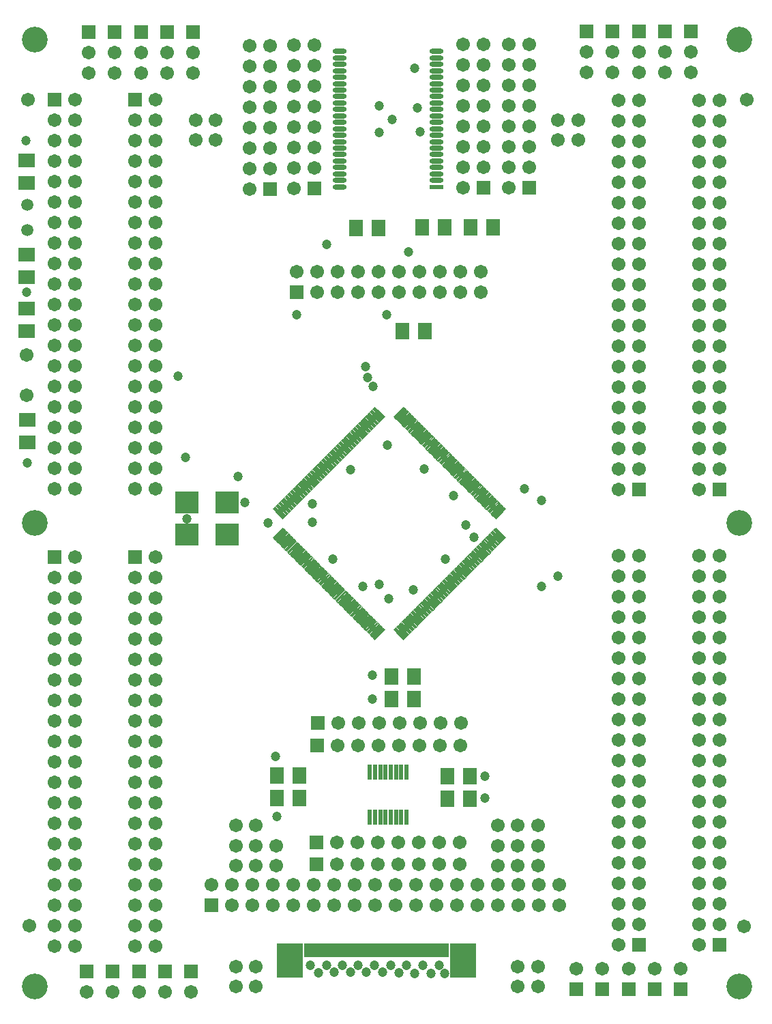
<source format=gts>
%FSLAX43Y43*%
%MOMM*%
G71*
G01*
G75*
%ADD10C,0.300*%
%ADD11C,0.075*%
%ADD12R,1.800X1.600*%
%ADD13R,0.300X1.650*%
%ADD14R,0.300X1.650*%
%ADD15R,1.600X1.800*%
%ADD16R,2.700X2.500*%
%ADD17O,1.500X0.400*%
%ADD18R,1.500X0.400*%
%ADD19R,0.300X1.500*%
%ADD20R,3.000X4.000*%
%ADD21C,0.254*%
%ADD22C,1.300*%
%ADD23C,1.500*%
%ADD24R,1.500X1.500*%
%ADD25C,3.000*%
%ADD26C,1.000*%
%ADD27R,2.003X1.803*%
%ADD28R,0.503X1.853*%
%ADD29R,0.503X1.853*%
%ADD30R,1.803X2.003*%
%ADD31R,2.903X2.703*%
%ADD32O,1.703X0.603*%
%ADD33R,1.703X0.603*%
%ADD34R,0.503X1.703*%
%ADD35R,3.203X4.203*%
%ADD36C,1.503*%
%ADD37C,1.703*%
%ADD38R,1.703X1.703*%
%ADD39C,3.203*%
%ADD40C,1.203*%
D11*
X33823Y63536D02*
X34126Y63838D01*
X35348Y62616D01*
X35045Y62314D01*
X33823Y63536D01*
X33911D02*
X34126Y63750D01*
X35259Y62616D01*
X35045Y62402D01*
X33911Y63536D01*
X34000D02*
X34126Y63662D01*
X35171Y62616D01*
X35045Y62490D01*
X34000Y63536D01*
X34088D02*
X34126Y63573D01*
X35082Y62616D01*
X35045Y62579D01*
X34088Y63536D01*
X34142Y63501D02*
X35028Y62651D01*
X44025Y46262D02*
X43722Y46565D01*
X44944Y47787D01*
X45247Y47484D01*
X44025Y46262D01*
Y46351D02*
X43811Y46565D01*
X44944Y47699D01*
X45159Y47484D01*
X44025Y46351D01*
Y46439D02*
X43899Y46565D01*
X44944Y47610D01*
X45070Y47484D01*
X44025Y46439D01*
Y46527D02*
X43988Y46565D01*
X44944Y47522D01*
X44982Y47484D01*
X44025Y46527D01*
X44059Y46581D02*
X44910Y47468D01*
X55177Y54909D02*
X55480Y55212D01*
X56702Y53990D01*
X56400Y53687D01*
X55177Y54909D01*
X55266D02*
X55480Y55123D01*
X56614Y53990D01*
X56400Y53775D01*
X55266Y54909D01*
X55354D02*
X55480Y55035D01*
X56526Y53990D01*
X56400Y53864D01*
X55354Y54909D01*
X55443D02*
X55480Y54946D01*
X56437Y53990D01*
X56400Y53952D01*
X55443Y54909D01*
X55497Y54874D02*
X56383Y54024D01*
X54117Y53848D02*
X54420Y54151D01*
X55642Y52929D01*
X55339Y52626D01*
X54117Y53848D01*
X54205D02*
X54420Y54063D01*
X55553Y52929D01*
X55339Y52715D01*
X54205Y53848D01*
X54294D02*
X54420Y53974D01*
X55465Y52929D01*
X55339Y52803D01*
X54294Y53848D01*
X54382D02*
X54420Y53886D01*
X55376Y52929D01*
X55339Y52891D01*
X54382Y53848D01*
X54436Y53814D02*
X55322Y52963D01*
X53763Y53495D02*
X54066Y53797D01*
X55288Y52575D01*
X54985Y52273D01*
X53763Y53495D01*
X53852D02*
X54066Y53709D01*
X55200Y52575D01*
X54985Y52361D01*
X53852Y53495D01*
X53940D02*
X54066Y53621D01*
X55111Y52575D01*
X54985Y52449D01*
X53940Y53495D01*
X54028D02*
X54066Y53532D01*
X55023Y52575D01*
X54985Y52538D01*
X54028Y53495D01*
X54082Y53460D02*
X54969Y52610D01*
X53410Y53141D02*
X53712Y53444D01*
X54935Y52222D01*
X54632Y51919D01*
X53410Y53141D01*
X53498D02*
X53712Y53355D01*
X54846Y52222D01*
X54632Y52007D01*
X53498Y53141D01*
X53586D02*
X53712Y53267D01*
X54758Y52222D01*
X54632Y52096D01*
X53586Y53141D01*
X53675D02*
X53712Y53179D01*
X54669Y52222D01*
X54632Y52184D01*
X53675Y53141D01*
X53729Y53107D02*
X54615Y52256D01*
X53056Y52788D02*
X53359Y53090D01*
X54581Y51868D01*
X54278Y51565D01*
X53056Y52788D01*
X53145D02*
X53359Y53002D01*
X54493Y51868D01*
X54278Y51654D01*
X53145Y52788D01*
X53233D02*
X53359Y52914D01*
X54404Y51868D01*
X54278Y51742D01*
X53233Y52788D01*
X53321D02*
X53359Y52825D01*
X54316Y51868D01*
X54278Y51831D01*
X53321Y52788D01*
X53375Y52753D02*
X54262Y51903D01*
X52703Y52434D02*
X53005Y52737D01*
X54227Y51515D01*
X53925Y51212D01*
X52703Y52434D01*
X52791D02*
X53005Y52648D01*
X54139Y51515D01*
X53925Y51300D01*
X52791Y52434D01*
X52879D02*
X53005Y52560D01*
X54051Y51515D01*
X53925Y51389D01*
X52879Y52434D01*
X52968D02*
X53005Y52472D01*
X53962Y51515D01*
X53925Y51477D01*
X52968Y52434D01*
X53022Y52400D02*
X53908Y51549D01*
X52349Y52080D02*
X52652Y52383D01*
X53874Y51161D01*
X53571Y50858D01*
X52349Y52080D01*
X52437D02*
X52652Y52295D01*
X53785Y51161D01*
X53571Y50947D01*
X52437Y52080D01*
X52526D02*
X52652Y52206D01*
X53697Y51161D01*
X53571Y51035D01*
X52526Y52080D01*
X52614D02*
X52652Y52118D01*
X53609Y51161D01*
X53571Y51124D01*
X52614Y52080D01*
X52668Y52046D02*
X53555Y51196D01*
X51995Y51727D02*
X52298Y52030D01*
X53520Y50808D01*
X53218Y50505D01*
X51995Y51727D01*
X52084D02*
X52298Y51941D01*
X53432Y50808D01*
X53218Y50593D01*
X52084Y51727D01*
X52172D02*
X52298Y51853D01*
X53344Y50808D01*
X53218Y50682D01*
X52172Y51727D01*
X52261D02*
X52298Y51764D01*
X53255Y50808D01*
X53218Y50770D01*
X52261Y51727D01*
X52315Y51692D02*
X53201Y50842D01*
X51642Y51373D02*
X51945Y51676D01*
X53167Y50454D01*
X52864Y50151D01*
X51642Y51373D01*
X51730D02*
X51945Y51588D01*
X53078Y50454D01*
X52864Y50240D01*
X51730Y51373D01*
X51819D02*
X51945Y51499D01*
X52990Y50454D01*
X52864Y50328D01*
X51819Y51373D01*
X51907D02*
X51945Y51411D01*
X52902Y50454D01*
X52864Y50416D01*
X51907Y51373D01*
X51961Y51339D02*
X52848Y50488D01*
X51288Y51020D02*
X51591Y51323D01*
X52813Y50100D01*
X52510Y49798D01*
X51288Y51020D01*
X51377D02*
X51591Y51234D01*
X52725Y50100D01*
X52510Y49886D01*
X51377Y51020D01*
X51465D02*
X51591Y51146D01*
X52636Y50100D01*
X52510Y49974D01*
X51465Y51020D01*
X51554D02*
X51591Y51057D01*
X52548Y50100D01*
X52510Y50063D01*
X51554Y51020D01*
X51608Y50985D02*
X52494Y50135D01*
X50228Y49959D02*
X50531Y50262D01*
X51753Y49040D01*
X51450Y48737D01*
X50228Y49959D01*
X50316D02*
X50531Y50173D01*
X51664Y49040D01*
X51450Y48825D01*
X50316Y49959D01*
X50404D02*
X50531Y50085D01*
X51576Y49040D01*
X51450Y48914D01*
X50404Y49959D01*
X50493D02*
X50531Y49997D01*
X51487Y49040D01*
X51450Y49002D01*
X50493Y49959D01*
X50547Y49925D02*
X51433Y49074D01*
X49874Y49606D02*
X50177Y49908D01*
X51399Y48686D01*
X51096Y48383D01*
X49874Y49606D01*
X49963D02*
X50177Y49820D01*
X51311Y48686D01*
X51096Y48472D01*
X49963Y49606D01*
X50051D02*
X50177Y49732D01*
X51222Y48686D01*
X51096Y48560D01*
X50051Y49606D01*
X50139D02*
X50177Y49643D01*
X51134Y48686D01*
X51096Y48649D01*
X50139Y49606D01*
X50193Y49571D02*
X51080Y48721D01*
X49521Y49252D02*
X49823Y49555D01*
X51045Y48333D01*
X50743Y48030D01*
X49521Y49252D01*
X49609D02*
X49823Y49466D01*
X50957Y48333D01*
X50743Y48118D01*
X49609Y49252D01*
X49697D02*
X49823Y49378D01*
X50869Y48333D01*
X50743Y48207D01*
X49697Y49252D01*
X49786D02*
X49823Y49290D01*
X50780Y48333D01*
X50743Y48295D01*
X49786Y49252D01*
X49840Y49218D02*
X50726Y48367D01*
X49167Y48898D02*
X49470Y49201D01*
X50692Y47979D01*
X50389Y47676D01*
X49167Y48898D01*
X49255D02*
X49470Y49113D01*
X50603Y47979D01*
X50389Y47765D01*
X49255Y48898D01*
X49344D02*
X49470Y49024D01*
X50515Y47979D01*
X50389Y47853D01*
X49344Y48898D01*
X49432D02*
X49470Y48936D01*
X50427Y47979D01*
X50389Y47942D01*
X49432Y48898D01*
X49486Y48864D02*
X50373Y48014D01*
X48814Y48545D02*
X49116Y48848D01*
X50338Y47626D01*
X50036Y47323D01*
X48814Y48545D01*
X48902D02*
X49116Y48759D01*
X50250Y47626D01*
X50036Y47411D01*
X48902Y48545D01*
X48990D02*
X49116Y48671D01*
X50162Y47626D01*
X50036Y47500D01*
X48990Y48545D01*
X49079D02*
X49116Y48582D01*
X50073Y47626D01*
X50036Y47588D01*
X49079Y48545D01*
X49133Y48511D02*
X50019Y47660D01*
X48460Y48191D02*
X48763Y48494D01*
X49985Y47272D01*
X49682Y46969D01*
X48460Y48191D01*
X48548D02*
X48763Y48406D01*
X49896Y47272D01*
X49682Y47058D01*
X48548Y48191D01*
X48637D02*
X48763Y48317D01*
X49808Y47272D01*
X49682Y47146D01*
X48637Y48191D01*
X48725D02*
X48763Y48229D01*
X49720Y47272D01*
X49682Y47234D01*
X48725Y48191D01*
X48779Y48157D02*
X49666Y47306D01*
X48106Y47838D02*
X48409Y48141D01*
X49631Y46919D01*
X49328Y46616D01*
X48106Y47838D01*
X48195D02*
X48409Y48052D01*
X49543Y46919D01*
X49328Y46704D01*
X48195Y47838D01*
X48283D02*
X48409Y47964D01*
X49454Y46919D01*
X49328Y46793D01*
X48283Y47838D01*
X48372D02*
X48409Y47875D01*
X49366Y46919D01*
X49328Y46881D01*
X48372Y47838D01*
X48426Y47803D02*
X49312Y46953D01*
X47753Y47484D02*
X48056Y47787D01*
X49278Y46565D01*
X48975Y46262D01*
X47753Y47484D01*
X47841D02*
X48056Y47699D01*
X49189Y46565D01*
X48975Y46351D01*
X47841Y47484D01*
X47930D02*
X48056Y47610D01*
X49101Y46565D01*
X48975Y46439D01*
X47930Y47484D01*
X48018D02*
X48056Y47522D01*
X49013Y46565D01*
X48975Y46527D01*
X48018Y47484D01*
X48072Y47450D02*
X48958Y46599D01*
X47399Y47131D02*
X47702Y47433D01*
X48924Y46211D01*
X48621Y45909D01*
X47399Y47131D01*
X47488D02*
X47702Y47345D01*
X48836Y46211D01*
X48621Y45997D01*
X47488Y47131D01*
X47576D02*
X47702Y47257D01*
X48747Y46211D01*
X48621Y46085D01*
X47576Y47131D01*
X47664D02*
X47702Y47168D01*
X48659Y46211D01*
X48621Y46174D01*
X47664Y47131D01*
X47718Y47096D02*
X48605Y46246D01*
X47046Y46777D02*
X47349Y47080D01*
X48571Y45858D01*
X48268Y45555D01*
X47046Y46777D01*
X47134D02*
X47349Y46992D01*
X48482Y45858D01*
X48268Y45643D01*
X47134Y46777D01*
X47223D02*
X47349Y46903D01*
X48394Y45858D01*
X48268Y45732D01*
X47223Y46777D01*
X47311D02*
X47349Y46815D01*
X48305Y45858D01*
X48268Y45820D01*
X47311Y46777D01*
X47365Y46743D02*
X48251Y45892D01*
X50884Y69385D02*
X50581Y69687D01*
X51803Y70909D01*
X52106Y70607D01*
X50884Y69385D01*
Y69473D02*
X50670Y69687D01*
X51803Y70821D01*
X52018Y70607D01*
X50884Y69473D01*
Y69561D02*
X50758Y69687D01*
X51803Y70733D01*
X51929Y70607D01*
X50884Y69561D01*
Y69650D02*
X50846Y69687D01*
X51803Y70644D01*
X51841Y70607D01*
X50884Y69650D01*
X50918Y69704D02*
X51769Y70590D01*
X32409Y62121D02*
X32711Y62424D01*
X33933Y61202D01*
X33631Y60899D01*
X32409Y62121D01*
X32497D02*
X32711Y62336D01*
X33845Y61202D01*
X33631Y60988D01*
X32497Y62121D01*
X32585D02*
X32711Y62247D01*
X33757Y61202D01*
X33631Y61076D01*
X32585Y62121D01*
X32674D02*
X32711Y62159D01*
X33668Y61202D01*
X33631Y61164D01*
X32674Y62121D01*
X32728Y62087D02*
X33614Y61236D01*
X39126Y68839D02*
X39429Y69142D01*
X40651Y67920D01*
X40348Y67617D01*
X39126Y68839D01*
X39215D02*
X39429Y69053D01*
X40563Y67920D01*
X40348Y67705D01*
X39215Y68839D01*
X39303D02*
X39429Y68965D01*
X40474Y67920D01*
X40348Y67794D01*
X39303Y68839D01*
X39391D02*
X39429Y68876D01*
X40386Y67920D01*
X40348Y67882D01*
X39391Y68839D01*
X39445Y68804D02*
X40332Y67954D01*
X32711Y57576D02*
X32409Y57879D01*
X33631Y59101D01*
X33933Y58798D01*
X32711Y57576D01*
Y57664D02*
X32497Y57879D01*
X33631Y59012D01*
X33845Y58798D01*
X32711Y57664D01*
Y57753D02*
X32585Y57879D01*
X33631Y58924D01*
X33757Y58798D01*
X32711Y57753D01*
Y57841D02*
X32674Y57879D01*
X33631Y58836D01*
X33668Y58798D01*
X32711Y57841D01*
X32746Y57895D02*
X33596Y58782D01*
X37308Y52980D02*
X37005Y53282D01*
X38227Y54505D01*
X38530Y54202D01*
X37308Y52980D01*
Y53068D02*
X37093Y53282D01*
X38227Y54416D01*
X38441Y54202D01*
X37308Y53068D01*
Y53156D02*
X37182Y53282D01*
X38227Y54328D01*
X38353Y54202D01*
X37308Y53156D01*
Y53245D02*
X37270Y53282D01*
X38227Y54239D01*
X38264Y54202D01*
X37308Y53245D01*
X37342Y53299D02*
X38192Y54185D01*
X40843Y49444D02*
X40540Y49747D01*
X41762Y50969D01*
X42065Y50666D01*
X40843Y49444D01*
Y49533D02*
X40629Y49747D01*
X41762Y50881D01*
X41977Y50666D01*
X40843Y49533D01*
Y49621D02*
X40717Y49747D01*
X41762Y50792D01*
X41888Y50666D01*
X40843Y49621D01*
Y49709D02*
X40806Y49747D01*
X41762Y50704D01*
X41800Y50666D01*
X40843Y49709D01*
X40878Y49763D02*
X41728Y50650D01*
X50581Y50313D02*
X50884Y50615D01*
X52106Y49393D01*
X51803Y49091D01*
X50581Y50313D01*
X50670D02*
X50884Y50527D01*
X52018Y49393D01*
X51803Y49179D01*
X50670Y50313D01*
X50758D02*
X50884Y50439D01*
X51929Y49393D01*
X51803Y49267D01*
X50758Y50313D01*
X50846D02*
X50884Y50350D01*
X51841Y49393D01*
X51803Y49356D01*
X50846Y50313D01*
X50900Y50278D02*
X51787Y49428D01*
X54470Y54202D02*
X54773Y54505D01*
X55995Y53282D01*
X55692Y52980D01*
X54470Y54202D01*
X54559D02*
X54773Y54416D01*
X55907Y53282D01*
X55692Y53068D01*
X54559Y54202D01*
X54647D02*
X54773Y54328D01*
X55818Y53282D01*
X55692Y53156D01*
X54647Y54202D01*
X54736D02*
X54773Y54239D01*
X55730Y53282D01*
X55692Y53245D01*
X54736Y54202D01*
X54790Y54167D02*
X55676Y53317D01*
X59067Y58798D02*
X59369Y59101D01*
X60591Y57879D01*
X60289Y57576D01*
X59067Y58798D01*
X59155D02*
X59369Y59012D01*
X60503Y57879D01*
X60289Y57664D01*
X59155Y58798D01*
X59243D02*
X59369Y58924D01*
X60415Y57879D01*
X60289Y57753D01*
X59243Y58798D01*
X59332D02*
X59369Y58836D01*
X60326Y57879D01*
X60289Y57841D01*
X59332Y58798D01*
X59386Y58764D02*
X60272Y57913D01*
X55834Y64435D02*
X55531Y64738D01*
X56753Y65960D01*
X57056Y65657D01*
X55834Y64435D01*
Y64523D02*
X55619Y64738D01*
X56753Y65871D01*
X56967Y65657D01*
X55834Y64523D01*
Y64612D02*
X55708Y64738D01*
X56753Y65783D01*
X56879Y65657D01*
X55834Y64612D01*
Y64700D02*
X55796Y64738D01*
X56753Y65694D01*
X56791Y65657D01*
X55834Y64700D01*
X55868Y64754D02*
X56719Y65640D01*
X52298Y67970D02*
X51995Y68273D01*
X53218Y69495D01*
X53520Y69192D01*
X52298Y67970D01*
Y68059D02*
X52084Y68273D01*
X53218Y69407D01*
X53432Y69192D01*
X52298Y68059D01*
Y68147D02*
X52172Y68273D01*
X53218Y69318D01*
X53344Y69192D01*
X52298Y68147D01*
Y68236D02*
X52261Y68273D01*
X53218Y69230D01*
X53255Y69192D01*
X52298Y68236D01*
X52333Y68290D02*
X53183Y69176D01*
X38773Y68485D02*
X39075Y68788D01*
X40297Y67566D01*
X39995Y67263D01*
X38773Y68485D01*
X38861D02*
X39075Y68700D01*
X40209Y67566D01*
X39995Y67352D01*
X38861Y68485D01*
X38949D02*
X39075Y68611D01*
X40121Y67566D01*
X39995Y67440D01*
X38949Y68485D01*
X39038D02*
X39075Y68523D01*
X40032Y67566D01*
X39995Y67528D01*
X39038Y68485D01*
X39092Y68451D02*
X39978Y67600D01*
X34176Y63889D02*
X34479Y64192D01*
X35701Y62970D01*
X35398Y62667D01*
X34176Y63889D01*
X34265D02*
X34479Y64103D01*
X35613Y62970D01*
X35398Y62755D01*
X34265Y63889D01*
X34353D02*
X34479Y64015D01*
X35524Y62970D01*
X35398Y62844D01*
X34353Y63889D01*
X34442D02*
X34479Y63927D01*
X35436Y62970D01*
X35398Y62932D01*
X34442Y63889D01*
X34496Y63855D02*
X35382Y63004D01*
X33116Y62828D02*
X33419Y63131D01*
X34641Y61909D01*
X34338Y61606D01*
X33116Y62828D01*
X33204D02*
X33419Y63043D01*
X34552Y61909D01*
X34338Y61695D01*
X33204Y62828D01*
X33293D02*
X33419Y62954D01*
X34464Y61909D01*
X34338Y61783D01*
X33293Y62828D01*
X33381D02*
X33419Y62866D01*
X34375Y61909D01*
X34338Y61872D01*
X33381Y62828D01*
X33435Y62794D02*
X34321Y61944D01*
X33065Y57222D02*
X32762Y57525D01*
X33984Y58747D01*
X34287Y58444D01*
X33065Y57222D01*
Y57311D02*
X32851Y57525D01*
X33984Y58659D01*
X34199Y58444D01*
X33065Y57311D01*
Y57399D02*
X32939Y57525D01*
X33984Y58570D01*
X34110Y58444D01*
X33065Y57399D01*
Y57488D02*
X33027Y57525D01*
X33984Y58482D01*
X34022Y58444D01*
X33065Y57488D01*
X33099Y57542D02*
X33950Y58428D01*
X37661Y52626D02*
X37358Y52929D01*
X38580Y54151D01*
X38883Y53848D01*
X37661Y52626D01*
Y52715D02*
X37447Y52929D01*
X38580Y54063D01*
X38795Y53848D01*
X37661Y52715D01*
Y52803D02*
X37535Y52929D01*
X38580Y53974D01*
X38706Y53848D01*
X37661Y52803D01*
Y52891D02*
X37624Y52929D01*
X38580Y53886D01*
X38618Y53848D01*
X37661Y52891D01*
X37696Y52945D02*
X38546Y53832D01*
X41197Y49091D02*
X40894Y49393D01*
X42116Y50615D01*
X42419Y50313D01*
X41197Y49091D01*
Y49179D02*
X40982Y49393D01*
X42116Y50527D01*
X42330Y50313D01*
X41197Y49179D01*
Y49267D02*
X41071Y49393D01*
X42116Y50439D01*
X42242Y50313D01*
X41197Y49267D01*
Y49356D02*
X41159Y49393D01*
X42116Y50350D01*
X42154Y50313D01*
X41197Y49356D01*
X41231Y49410D02*
X42082Y50296D01*
X44732Y45555D02*
X44429Y45858D01*
X45651Y47080D01*
X45954Y46777D01*
X44732Y45555D01*
Y45643D02*
X44518Y45858D01*
X45651Y46992D01*
X45866Y46777D01*
X44732Y45643D01*
Y45732D02*
X44606Y45858D01*
X45651Y46903D01*
X45777Y46777D01*
X44732Y45732D01*
Y45820D02*
X44695Y45858D01*
X45651Y46815D01*
X45689Y46777D01*
X44732Y45820D01*
X44767Y45874D02*
X45617Y46761D01*
X50935Y50666D02*
X51238Y50969D01*
X52460Y49747D01*
X52157Y49444D01*
X50935Y50666D01*
X51023D02*
X51238Y50881D01*
X52371Y49747D01*
X52157Y49533D01*
X51023Y50666D01*
X51112D02*
X51238Y50792D01*
X52283Y49747D01*
X52157Y49621D01*
X51112Y50666D01*
X51200D02*
X51238Y50704D01*
X52194Y49747D01*
X52157Y49709D01*
X51200Y50666D01*
X51254Y50632D02*
X52140Y49781D01*
X54824Y54555D02*
X55127Y54858D01*
X56349Y53636D01*
X56046Y53333D01*
X54824Y54555D01*
X54912D02*
X55127Y54770D01*
X56260Y53636D01*
X56046Y53422D01*
X54912Y54555D01*
X55001D02*
X55127Y54681D01*
X56172Y53636D01*
X56046Y53510D01*
X55001Y54555D01*
X55089D02*
X55127Y54593D01*
X56084Y53636D01*
X56046Y53598D01*
X55089Y54555D01*
X55143Y54521D02*
X56030Y53670D01*
X59420Y59151D02*
X59723Y59454D01*
X60945Y58232D01*
X60642Y57929D01*
X59420Y59151D01*
X59508D02*
X59723Y59366D01*
X60857Y58232D01*
X60642Y58018D01*
X59508Y59151D01*
X59597D02*
X59723Y59277D01*
X60768Y58232D01*
X60642Y58106D01*
X59597Y59151D01*
X59685D02*
X59723Y59189D01*
X60680Y58232D01*
X60642Y58195D01*
X59685Y59151D01*
X59739Y59117D02*
X60626Y58267D01*
X55480Y64788D02*
X55177Y65091D01*
X56400Y66313D01*
X56702Y66010D01*
X55480Y64788D01*
Y64877D02*
X55266Y65091D01*
X56400Y66225D01*
X56614Y66010D01*
X55480Y64877D01*
Y64965D02*
X55354Y65091D01*
X56400Y66136D01*
X56526Y66010D01*
X55480Y64965D01*
Y65054D02*
X55443Y65091D01*
X56400Y66048D01*
X56437Y66010D01*
X55480Y65054D01*
X55515Y65108D02*
X56365Y65994D01*
X51945Y68324D02*
X51642Y68627D01*
X52864Y69849D01*
X53167Y69546D01*
X51945Y68324D01*
Y68412D02*
X51730Y68627D01*
X52864Y69760D01*
X53078Y69546D01*
X51945Y68412D01*
Y68501D02*
X51819Y68627D01*
X52864Y69672D01*
X52990Y69546D01*
X51945Y68501D01*
Y68589D02*
X51907Y68627D01*
X52864Y69584D01*
X52902Y69546D01*
X51945Y68589D01*
X51979Y68643D02*
X52830Y69530D01*
X47349Y72920D02*
X47046Y73223D01*
X48268Y74445D01*
X48571Y74142D01*
X47349Y72920D01*
Y73008D02*
X47134Y73223D01*
X48268Y74357D01*
X48482Y74142D01*
X47349Y73008D01*
Y73097D02*
X47223Y73223D01*
X48268Y74268D01*
X48394Y74142D01*
X47349Y73097D01*
Y73185D02*
X47311Y73223D01*
X48268Y74180D01*
X48305Y74142D01*
X47349Y73185D01*
X47383Y73239D02*
X48233Y74126D01*
X32762Y62475D02*
X33065Y62778D01*
X34287Y61556D01*
X33984Y61253D01*
X32762Y62475D01*
X32851D02*
X33065Y62689D01*
X34199Y61556D01*
X33984Y61341D01*
X32851Y62475D01*
X32939D02*
X33065Y62601D01*
X34110Y61556D01*
X33984Y61430D01*
X32939Y62475D01*
X33027D02*
X33065Y62512D01*
X34022Y61556D01*
X33984Y61518D01*
X33027Y62475D01*
X33081Y62441D02*
X33968Y61590D01*
X59723Y60546D02*
X59420Y60849D01*
X60642Y62071D01*
X60945Y61768D01*
X59723Y60546D01*
Y60634D02*
X59508Y60849D01*
X60642Y61982D01*
X60857Y61768D01*
X59723Y60634D01*
Y60723D02*
X59597Y60849D01*
X60642Y61894D01*
X60768Y61768D01*
X59723Y60723D01*
Y60811D02*
X59685Y60849D01*
X60642Y61805D01*
X60680Y61768D01*
X59723Y60811D01*
X59757Y60865D02*
X60608Y61751D01*
X59369Y60899D02*
X59067Y61202D01*
X60289Y62424D01*
X60591Y62121D01*
X59369Y60899D01*
Y60988D02*
X59155Y61202D01*
X60289Y62336D01*
X60503Y62121D01*
X59369Y60988D01*
Y61076D02*
X59243Y61202D01*
X60289Y62247D01*
X60415Y62121D01*
X59369Y61076D01*
Y61164D02*
X59332Y61202D01*
X60289Y62159D01*
X60326Y62121D01*
X59369Y61164D01*
X59404Y61218D02*
X60254Y62105D01*
X59016Y61253D02*
X58713Y61556D01*
X59935Y62778D01*
X60238Y62475D01*
X59016Y61253D01*
Y61341D02*
X58801Y61556D01*
X59935Y62689D01*
X60149Y62475D01*
X59016Y61341D01*
Y61430D02*
X58890Y61556D01*
X59935Y62601D01*
X60061Y62475D01*
X59016Y61430D01*
Y61518D02*
X58978Y61556D01*
X59935Y62512D01*
X59973Y62475D01*
X59016Y61518D01*
X59050Y61572D02*
X59901Y62458D01*
X58662Y61606D02*
X58359Y61909D01*
X59581Y63131D01*
X59884Y62828D01*
X58662Y61606D01*
Y61695D02*
X58448Y61909D01*
X59581Y63043D01*
X59796Y62828D01*
X58662Y61695D01*
Y61783D02*
X58536Y61909D01*
X59581Y62954D01*
X59707Y62828D01*
X58662Y61783D01*
Y61872D02*
X58625Y61909D01*
X59581Y62866D01*
X59619Y62828D01*
X58662Y61872D01*
X58697Y61926D02*
X59547Y62812D01*
X58309Y61960D02*
X58006Y62263D01*
X59228Y63485D01*
X59531Y63182D01*
X58309Y61960D01*
Y62048D02*
X58094Y62263D01*
X59228Y63396D01*
X59442Y63182D01*
X58309Y62048D01*
Y62137D02*
X58183Y62263D01*
X59228Y63308D01*
X59354Y63182D01*
X58309Y62137D01*
Y62225D02*
X58271Y62263D01*
X59228Y63220D01*
X59266Y63182D01*
X58309Y62225D01*
X58343Y62279D02*
X59194Y63166D01*
X57955Y62314D02*
X57652Y62616D01*
X58874Y63838D01*
X59177Y63536D01*
X57955Y62314D01*
Y62402D02*
X57741Y62616D01*
X58874Y63750D01*
X59089Y63536D01*
X57955Y62402D01*
Y62490D02*
X57829Y62616D01*
X58874Y63662D01*
X59000Y63536D01*
X57955Y62490D01*
Y62579D02*
X57918Y62616D01*
X58874Y63573D01*
X58912Y63536D01*
X57955Y62579D01*
X57989Y62633D02*
X58840Y63519D01*
X57602Y62667D02*
X57299Y62970D01*
X58521Y64192D01*
X58824Y63889D01*
X57602Y62667D01*
Y62755D02*
X57387Y62970D01*
X58521Y64103D01*
X58735Y63889D01*
X57602Y62755D01*
Y62844D02*
X57476Y62970D01*
X58521Y64015D01*
X58647Y63889D01*
X57602Y62844D01*
Y62932D02*
X57564Y62970D01*
X58521Y63927D01*
X58558Y63889D01*
X57602Y62932D01*
X57636Y62986D02*
X58486Y63873D01*
X57248Y63021D02*
X56945Y63323D01*
X58167Y64545D01*
X58470Y64243D01*
X57248Y63021D01*
Y63109D02*
X57034Y63323D01*
X58167Y64457D01*
X58382Y64243D01*
X57248Y63109D01*
Y63197D02*
X57122Y63323D01*
X58167Y64369D01*
X58293Y64243D01*
X57248Y63197D01*
Y63286D02*
X57210Y63323D01*
X58167Y64280D01*
X58205Y64243D01*
X57248Y63286D01*
X57282Y63340D02*
X58133Y64226D01*
X56894Y63374D02*
X56592Y63677D01*
X57814Y64899D01*
X58116Y64596D01*
X56894Y63374D01*
Y63463D02*
X56680Y63677D01*
X57814Y64811D01*
X58028Y64596D01*
X56894Y63463D01*
Y63551D02*
X56768Y63677D01*
X57814Y64722D01*
X57940Y64596D01*
X56894Y63551D01*
Y63639D02*
X56857Y63677D01*
X57814Y64634D01*
X57851Y64596D01*
X56894Y63639D01*
X56929Y63693D02*
X57779Y64580D01*
X56541Y63728D02*
X56238Y64031D01*
X57460Y65253D01*
X57763Y64950D01*
X56541Y63728D01*
Y63816D02*
X56327Y64031D01*
X57460Y65164D01*
X57675Y64950D01*
X56541Y63816D01*
Y63904D02*
X56415Y64031D01*
X57460Y65076D01*
X57586Y64950D01*
X56541Y63904D01*
Y63993D02*
X56503Y64031D01*
X57460Y64987D01*
X57498Y64950D01*
X56541Y63993D01*
X56575Y64047D02*
X57426Y64933D01*
X56187Y64081D02*
X55885Y64384D01*
X57107Y65606D01*
X57409Y65303D01*
X56187Y64081D01*
Y64170D02*
X55973Y64384D01*
X57107Y65518D01*
X57321Y65303D01*
X56187Y64170D01*
Y64258D02*
X56061Y64384D01*
X57107Y65429D01*
X57233Y65303D01*
X56187Y64258D01*
Y64346D02*
X56150Y64384D01*
X57107Y65341D01*
X57144Y65303D01*
X56187Y64346D01*
X56222Y64400D02*
X57072Y65287D01*
X55127Y65142D02*
X54824Y65445D01*
X56046Y66667D01*
X56349Y66364D01*
X55127Y65142D01*
Y65230D02*
X54912Y65445D01*
X56046Y66578D01*
X56260Y66364D01*
X55127Y65230D01*
Y65319D02*
X55001Y65445D01*
X56046Y66490D01*
X56172Y66364D01*
X55127Y65319D01*
Y65407D02*
X55089Y65445D01*
X56046Y66402D01*
X56084Y66364D01*
X55127Y65407D01*
X55161Y65461D02*
X56012Y66348D01*
X54773Y65495D02*
X54470Y65798D01*
X55692Y67020D01*
X55995Y66718D01*
X54773Y65495D01*
Y65584D02*
X54559Y65798D01*
X55692Y66932D01*
X55907Y66718D01*
X54773Y65584D01*
Y65672D02*
X54647Y65798D01*
X55692Y66844D01*
X55818Y66718D01*
X54773Y65672D01*
Y65761D02*
X54736Y65798D01*
X55692Y66755D01*
X55730Y66718D01*
X54773Y65761D01*
X54808Y65815D02*
X55658Y66701D01*
X54420Y65849D02*
X54117Y66152D01*
X55339Y67374D01*
X55642Y67071D01*
X54420Y65849D01*
Y65937D02*
X54205Y66152D01*
X55339Y67285D01*
X55553Y67071D01*
X54420Y65937D01*
Y66026D02*
X54294Y66152D01*
X55339Y67197D01*
X55465Y67071D01*
X54420Y66026D01*
Y66114D02*
X54382Y66152D01*
X55339Y67109D01*
X55376Y67071D01*
X54420Y66114D01*
X54454Y66168D02*
X55304Y67055D01*
X54066Y66203D02*
X53763Y66505D01*
X54985Y67727D01*
X55288Y67425D01*
X54066Y66203D01*
Y66291D02*
X53852Y66505D01*
X54985Y67639D01*
X55200Y67425D01*
X54066Y66291D01*
Y66379D02*
X53940Y66505D01*
X54985Y67551D01*
X55111Y67425D01*
X54066Y66379D01*
Y66468D02*
X54028Y66505D01*
X54985Y67462D01*
X55023Y67425D01*
X54066Y66468D01*
X54100Y66522D02*
X54951Y67408D01*
X53712Y66556D02*
X53410Y66859D01*
X54632Y68081D01*
X54935Y67778D01*
X53712Y66556D01*
Y66645D02*
X53498Y66859D01*
X54632Y67993D01*
X54846Y67778D01*
X53712Y66645D01*
Y66733D02*
X53586Y66859D01*
X54632Y67904D01*
X54758Y67778D01*
X53712Y66733D01*
Y66821D02*
X53675Y66859D01*
X54632Y67816D01*
X54669Y67778D01*
X53712Y66821D01*
X53747Y66875D02*
X54597Y67762D01*
X53359Y66910D02*
X53056Y67212D01*
X54278Y68435D01*
X54581Y68132D01*
X53359Y66910D01*
Y66998D02*
X53145Y67212D01*
X54278Y68346D01*
X54493Y68132D01*
X53359Y66998D01*
Y67086D02*
X53233Y67212D01*
X54278Y68258D01*
X54404Y68132D01*
X53359Y67086D01*
Y67175D02*
X53321Y67212D01*
X54278Y68169D01*
X54316Y68132D01*
X53359Y67175D01*
X53393Y67229D02*
X54244Y68115D01*
X53005Y67263D02*
X52703Y67566D01*
X53925Y68788D01*
X54227Y68485D01*
X53005Y67263D01*
Y67352D02*
X52791Y67566D01*
X53925Y68700D01*
X54139Y68485D01*
X53005Y67352D01*
Y67440D02*
X52879Y67566D01*
X53925Y68611D01*
X54051Y68485D01*
X53005Y67440D01*
Y67528D02*
X52968Y67566D01*
X53925Y68523D01*
X53962Y68485D01*
X53005Y67528D01*
X53040Y67582D02*
X53890Y68469D01*
X52652Y67617D02*
X52349Y67920D01*
X53571Y69142D01*
X53874Y68839D01*
X52652Y67617D01*
Y67705D02*
X52437Y67920D01*
X53571Y69053D01*
X53785Y68839D01*
X52652Y67705D01*
Y67794D02*
X52526Y67920D01*
X53571Y68965D01*
X53697Y68839D01*
X52652Y67794D01*
Y67882D02*
X52614Y67920D01*
X53571Y68876D01*
X53609Y68839D01*
X52652Y67882D01*
X52686Y67936D02*
X53537Y68822D01*
X51591Y68677D02*
X51288Y68980D01*
X52510Y70202D01*
X52813Y69899D01*
X51591Y68677D01*
Y68766D02*
X51377Y68980D01*
X52510Y70114D01*
X52725Y69899D01*
X51591Y68766D01*
Y68854D02*
X51465Y68980D01*
X52510Y70025D01*
X52636Y69899D01*
X51591Y68854D01*
Y68943D02*
X51554Y68980D01*
X52510Y69937D01*
X52548Y69899D01*
X51591Y68943D01*
X51626Y68997D02*
X52476Y69883D01*
X51238Y69031D02*
X50935Y69334D01*
X52157Y70556D01*
X52460Y70253D01*
X51238Y69031D01*
Y69119D02*
X51023Y69334D01*
X52157Y70467D01*
X52371Y70253D01*
X51238Y69119D01*
Y69208D02*
X51112Y69334D01*
X52157Y70379D01*
X52283Y70253D01*
X51238Y69208D01*
Y69296D02*
X51200Y69334D01*
X52157Y70291D01*
X52194Y70253D01*
X51238Y69296D01*
X51272Y69350D02*
X52122Y70237D01*
X50531Y69738D02*
X50228Y70041D01*
X51450Y71263D01*
X51753Y70960D01*
X50531Y69738D01*
Y69827D02*
X50316Y70041D01*
X51450Y71175D01*
X51664Y70960D01*
X50531Y69827D01*
Y69915D02*
X50404Y70041D01*
X51450Y71086D01*
X51576Y70960D01*
X50531Y69915D01*
Y70003D02*
X50493Y70041D01*
X51450Y70998D01*
X51487Y70960D01*
X50531Y70003D01*
X50565Y70057D02*
X51415Y70944D01*
X50177Y70092D02*
X49874Y70394D01*
X51096Y71616D01*
X51399Y71314D01*
X50177Y70092D01*
Y70180D02*
X49963Y70394D01*
X51096Y71528D01*
X51311Y71314D01*
X50177Y70180D01*
Y70268D02*
X50051Y70394D01*
X51096Y71440D01*
X51222Y71314D01*
X50177Y70268D01*
Y70357D02*
X50139Y70394D01*
X51096Y71351D01*
X51134Y71314D01*
X50177Y70357D01*
X50211Y70411D02*
X51062Y71297D01*
X49823Y70445D02*
X49521Y70748D01*
X50743Y71970D01*
X51045Y71667D01*
X49823Y70445D01*
Y70534D02*
X49609Y70748D01*
X50743Y71882D01*
X50957Y71667D01*
X49823Y70534D01*
Y70622D02*
X49697Y70748D01*
X50743Y71793D01*
X50869Y71667D01*
X49823Y70622D01*
Y70710D02*
X49786Y70748D01*
X50743Y71705D01*
X50780Y71667D01*
X49823Y70710D01*
X49858Y70764D02*
X50708Y71651D01*
X49470Y70799D02*
X49167Y71102D01*
X50389Y72324D01*
X50692Y72021D01*
X49470Y70799D01*
Y70887D02*
X49255Y71102D01*
X50389Y72235D01*
X50603Y72021D01*
X49470Y70887D01*
Y70976D02*
X49344Y71102D01*
X50389Y72147D01*
X50515Y72021D01*
X49470Y70976D01*
Y71064D02*
X49432Y71102D01*
X50389Y72058D01*
X50427Y72021D01*
X49470Y71064D01*
X49504Y71118D02*
X50355Y72004D01*
X49116Y71152D02*
X48814Y71455D01*
X50036Y72677D01*
X50338Y72374D01*
X49116Y71152D01*
Y71241D02*
X48902Y71455D01*
X50036Y72589D01*
X50250Y72374D01*
X49116Y71241D01*
Y71329D02*
X48990Y71455D01*
X50036Y72500D01*
X50162Y72374D01*
X49116Y71329D01*
Y71418D02*
X49079Y71455D01*
X50036Y72412D01*
X50073Y72374D01*
X49116Y71418D01*
X49151Y71472D02*
X50001Y72358D01*
X48763Y71506D02*
X48460Y71809D01*
X49682Y73031D01*
X49985Y72728D01*
X48763Y71506D01*
Y71594D02*
X48548Y71809D01*
X49682Y72942D01*
X49896Y72728D01*
X48763Y71594D01*
Y71683D02*
X48637Y71809D01*
X49682Y72854D01*
X49808Y72728D01*
X48763Y71683D01*
Y71771D02*
X48725Y71809D01*
X49682Y72766D01*
X49720Y72728D01*
X48763Y71771D01*
X48797Y71825D02*
X49648Y72712D01*
X48409Y71859D02*
X48106Y72162D01*
X49328Y73384D01*
X49631Y73081D01*
X48409Y71859D01*
Y71948D02*
X48195Y72162D01*
X49328Y73296D01*
X49543Y73081D01*
X48409Y71948D01*
Y72036D02*
X48283Y72162D01*
X49328Y73207D01*
X49454Y73081D01*
X48409Y72036D01*
Y72125D02*
X48372Y72162D01*
X49328Y73119D01*
X49366Y73081D01*
X48409Y72125D01*
X48444Y72179D02*
X49294Y73065D01*
X48056Y72213D02*
X47753Y72516D01*
X48975Y73738D01*
X49278Y73435D01*
X48056Y72213D01*
Y72301D02*
X47841Y72516D01*
X48975Y73649D01*
X49189Y73435D01*
X48056Y72301D01*
Y72390D02*
X47930Y72516D01*
X48975Y73561D01*
X49101Y73435D01*
X48056Y72390D01*
Y72478D02*
X48018Y72516D01*
X48975Y73473D01*
X49013Y73435D01*
X48056Y72478D01*
X48090Y72532D02*
X48941Y73419D01*
X47702Y72567D02*
X47399Y72869D01*
X48621Y74091D01*
X48924Y73789D01*
X47702Y72567D01*
Y72655D02*
X47488Y72869D01*
X48621Y74003D01*
X48836Y73789D01*
X47702Y72655D01*
Y72743D02*
X47576Y72869D01*
X48621Y73915D01*
X48747Y73789D01*
X47702Y72743D01*
Y72832D02*
X47664Y72869D01*
X48621Y73826D01*
X48659Y73789D01*
X47702Y72832D01*
X47736Y72886D02*
X48587Y73772D01*
X55531Y55262D02*
X55834Y55565D01*
X57056Y54343D01*
X56753Y54040D01*
X55531Y55262D01*
X55619D02*
X55834Y55477D01*
X56967Y54343D01*
X56753Y54129D01*
X55619Y55262D01*
X55708D02*
X55834Y55388D01*
X56879Y54343D01*
X56753Y54217D01*
X55708Y55262D01*
X55796D02*
X55834Y55300D01*
X56791Y54343D01*
X56753Y54306D01*
X55796Y55262D01*
X55850Y55228D02*
X56737Y54378D01*
X55885Y55616D02*
X56187Y55919D01*
X57409Y54697D01*
X57107Y54394D01*
X55885Y55616D01*
X55973D02*
X56187Y55830D01*
X57321Y54697D01*
X57107Y54482D01*
X55973Y55616D01*
X56061D02*
X56187Y55742D01*
X57233Y54697D01*
X57107Y54571D01*
X56061Y55616D01*
X56150D02*
X56187Y55654D01*
X57144Y54697D01*
X57107Y54659D01*
X56150Y55616D01*
X56204Y55582D02*
X57090Y54731D01*
X56238Y55969D02*
X56541Y56272D01*
X57763Y55050D01*
X57460Y54747D01*
X56238Y55969D01*
X56327D02*
X56541Y56184D01*
X57675Y55050D01*
X57460Y54836D01*
X56327Y55969D01*
X56415D02*
X56541Y56096D01*
X57586Y55050D01*
X57460Y54924D01*
X56415Y55969D01*
X56503D02*
X56541Y56007D01*
X57498Y55050D01*
X57460Y55013D01*
X56503Y55969D01*
X56557Y55935D02*
X57444Y55085D01*
X56592Y56323D02*
X56894Y56626D01*
X58117Y55404D01*
X57814Y55101D01*
X56592Y56323D01*
X56680D02*
X56894Y56537D01*
X58028Y55404D01*
X57814Y55189D01*
X56680Y56323D01*
X56768D02*
X56894Y56449D01*
X57940Y55404D01*
X57814Y55278D01*
X56768Y56323D01*
X56857D02*
X56894Y56361D01*
X57851Y55404D01*
X57814Y55366D01*
X56857Y56323D01*
X56911Y56289D02*
X57797Y55438D01*
X56945Y56677D02*
X57248Y56979D01*
X58470Y55757D01*
X58167Y55455D01*
X56945Y56677D01*
X57034D02*
X57248Y56891D01*
X58382Y55757D01*
X58167Y55543D01*
X57034Y56677D01*
X57122D02*
X57248Y56803D01*
X58293Y55757D01*
X58167Y55631D01*
X57122Y56677D01*
X57210D02*
X57248Y56714D01*
X58205Y55757D01*
X58167Y55720D01*
X57210Y56677D01*
X57264Y56642D02*
X58151Y55792D01*
X57299Y57030D02*
X57602Y57333D01*
X58824Y56111D01*
X58521Y55808D01*
X57299Y57030D01*
X57387D02*
X57602Y57245D01*
X58735Y56111D01*
X58521Y55897D01*
X57387Y57030D01*
X57476D02*
X57602Y57156D01*
X58647Y56111D01*
X58521Y55985D01*
X57476Y57030D01*
X57564D02*
X57602Y57068D01*
X58558Y56111D01*
X58521Y56073D01*
X57564Y57030D01*
X57618Y56996D02*
X58504Y56145D01*
X57652Y57384D02*
X57955Y57686D01*
X59177Y56464D01*
X58874Y56162D01*
X57652Y57384D01*
X57741D02*
X57955Y57598D01*
X59089Y56464D01*
X58874Y56250D01*
X57741Y57384D01*
X57829D02*
X57955Y57510D01*
X59000Y56464D01*
X58874Y56338D01*
X57829Y57384D01*
X57918D02*
X57955Y57421D01*
X58912Y56464D01*
X58874Y56427D01*
X57918Y57384D01*
X57972Y57349D02*
X58858Y56499D01*
X58006Y57737D02*
X58309Y58040D01*
X59531Y56818D01*
X59228Y56515D01*
X58006Y57737D01*
X58094D02*
X58309Y57952D01*
X59442Y56818D01*
X59228Y56604D01*
X58094Y57737D01*
X58183D02*
X58309Y57863D01*
X59354Y56818D01*
X59228Y56692D01*
X58183Y57737D01*
X58271D02*
X58309Y57775D01*
X59266Y56818D01*
X59228Y56780D01*
X58271Y57737D01*
X58325Y57703D02*
X59212Y56852D01*
X58359Y58091D02*
X58662Y58394D01*
X59884Y57172D01*
X59581Y56869D01*
X58359Y58091D01*
X58448D02*
X58662Y58305D01*
X59796Y57172D01*
X59581Y56957D01*
X58448Y58091D01*
X58536D02*
X58662Y58217D01*
X59707Y57172D01*
X59581Y57046D01*
X58536Y58091D01*
X58625D02*
X58662Y58128D01*
X59619Y57172D01*
X59581Y57134D01*
X58625Y58091D01*
X58679Y58056D02*
X59565Y57206D01*
X58713Y58444D02*
X59016Y58747D01*
X60238Y57525D01*
X59935Y57222D01*
X58713Y58444D01*
X58801D02*
X59016Y58659D01*
X60149Y57525D01*
X59935Y57311D01*
X58801Y58444D01*
X58890D02*
X59016Y58570D01*
X60061Y57525D01*
X59935Y57399D01*
X58890Y58444D01*
X58978D02*
X59016Y58482D01*
X59973Y57525D01*
X59935Y57487D01*
X58978Y58444D01*
X59032Y58410D02*
X59919Y57559D01*
X44379Y45909D02*
X44076Y46211D01*
X45298Y47433D01*
X45601Y47131D01*
X44379Y45909D01*
Y45997D02*
X44164Y46211D01*
X45298Y47345D01*
X45512Y47131D01*
X44379Y45997D01*
Y46085D02*
X44253Y46211D01*
X45298Y47257D01*
X45424Y47131D01*
X44379Y46085D01*
Y46174D02*
X44341Y46211D01*
X45298Y47168D01*
X45336Y47131D01*
X44379Y46174D01*
X44413Y46228D02*
X45264Y47114D01*
X43672Y46616D02*
X43369Y46919D01*
X44591Y48141D01*
X44894Y47838D01*
X43672Y46616D01*
Y46704D02*
X43457Y46919D01*
X44591Y48052D01*
X44805Y47838D01*
X43672Y46704D01*
Y46793D02*
X43546Y46919D01*
X44591Y47964D01*
X44717Y47838D01*
X43672Y46793D01*
Y46881D02*
X43634Y46919D01*
X44591Y47875D01*
X44628Y47838D01*
X43672Y46881D01*
X43706Y46935D02*
X44556Y47821D01*
X43318Y46969D02*
X43015Y47272D01*
X44237Y48494D01*
X44540Y48191D01*
X43318Y46969D01*
Y47058D02*
X43104Y47272D01*
X44237Y48406D01*
X44452Y48191D01*
X43318Y47058D01*
Y47146D02*
X43192Y47272D01*
X44237Y48317D01*
X44363Y48191D01*
X43318Y47146D01*
Y47234D02*
X43280Y47272D01*
X44237Y48229D01*
X44275Y48191D01*
X43318Y47234D01*
X43352Y47288D02*
X44203Y48175D01*
X42964Y47323D02*
X42662Y47626D01*
X43884Y48848D01*
X44186Y48545D01*
X42964Y47323D01*
Y47411D02*
X42750Y47626D01*
X43884Y48759D01*
X44098Y48545D01*
X42964Y47411D01*
Y47500D02*
X42838Y47626D01*
X43884Y48671D01*
X44010Y48545D01*
X42964Y47500D01*
Y47588D02*
X42927Y47626D01*
X43884Y48582D01*
X43921Y48545D01*
X42964Y47588D01*
X42999Y47642D02*
X43849Y48528D01*
X42611Y47676D02*
X42308Y47979D01*
X43530Y49201D01*
X43833Y48898D01*
X42611Y47676D01*
Y47765D02*
X42397Y47979D01*
X43530Y49113D01*
X43745Y48898D01*
X42611Y47765D01*
Y47853D02*
X42485Y47979D01*
X43530Y49024D01*
X43656Y48898D01*
X42611Y47853D01*
Y47942D02*
X42573Y47979D01*
X43530Y48936D01*
X43568Y48898D01*
X42611Y47942D01*
X42645Y47996D02*
X43496Y48882D01*
X42257Y48030D02*
X41955Y48333D01*
X43177Y49555D01*
X43479Y49252D01*
X42257Y48030D01*
Y48118D02*
X42043Y48333D01*
X43177Y49466D01*
X43391Y49252D01*
X42257Y48118D01*
Y48207D02*
X42131Y48333D01*
X43177Y49378D01*
X43303Y49252D01*
X42257Y48207D01*
Y48295D02*
X42220Y48333D01*
X43177Y49290D01*
X43214Y49252D01*
X42257Y48295D01*
X42292Y48349D02*
X43142Y49236D01*
X41904Y48384D02*
X41601Y48686D01*
X42823Y49908D01*
X43126Y49606D01*
X41904Y48384D01*
Y48472D02*
X41689Y48686D01*
X42823Y49820D01*
X43037Y49606D01*
X41904Y48472D01*
Y48560D02*
X41778Y48686D01*
X42823Y49732D01*
X42949Y49606D01*
X41904Y48560D01*
Y48649D02*
X41866Y48686D01*
X42823Y49643D01*
X42861Y49606D01*
X41904Y48649D01*
X41938Y48703D02*
X42789Y49589D01*
X41550Y48737D02*
X41247Y49040D01*
X42470Y50262D01*
X42772Y49959D01*
X41550Y48737D01*
Y48825D02*
X41336Y49040D01*
X42470Y50173D01*
X42684Y49959D01*
X41550Y48825D01*
Y48914D02*
X41424Y49040D01*
X42470Y50085D01*
X42596Y49959D01*
X41550Y48914D01*
Y49002D02*
X41513Y49040D01*
X42470Y49997D01*
X42507Y49959D01*
X41550Y49002D01*
X41585Y49056D02*
X42435Y49943D01*
X40490Y49798D02*
X40187Y50100D01*
X41409Y51323D01*
X41712Y51020D01*
X40490Y49798D01*
Y49886D02*
X40275Y50100D01*
X41409Y51234D01*
X41623Y51020D01*
X40490Y49886D01*
Y49974D02*
X40364Y50100D01*
X41409Y51146D01*
X41535Y51020D01*
X40490Y49974D01*
Y50063D02*
X40452Y50100D01*
X41409Y51057D01*
X41446Y51020D01*
X40490Y50063D01*
X40524Y50117D02*
X41374Y51003D01*
X40136Y50151D02*
X39833Y50454D01*
X41055Y51676D01*
X41358Y51373D01*
X40136Y50151D01*
Y50240D02*
X39922Y50454D01*
X41055Y51588D01*
X41270Y51373D01*
X40136Y50240D01*
Y50328D02*
X40010Y50454D01*
X41055Y51499D01*
X41181Y51373D01*
X40136Y50328D01*
Y50416D02*
X40098Y50454D01*
X41055Y51411D01*
X41093Y51373D01*
X40136Y50416D01*
X40170Y50470D02*
X41021Y51357D01*
X39782Y50505D02*
X39480Y50808D01*
X40702Y52030D01*
X41005Y51727D01*
X39782Y50505D01*
Y50593D02*
X39568Y50808D01*
X40702Y51941D01*
X40916Y51727D01*
X39782Y50593D01*
Y50682D02*
X39656Y50808D01*
X40702Y51853D01*
X40828Y51727D01*
X39782Y50682D01*
Y50770D02*
X39745Y50808D01*
X40702Y51764D01*
X40739Y51727D01*
X39782Y50770D01*
X39817Y50824D02*
X40667Y51710D01*
X39429Y50858D02*
X39126Y51161D01*
X40348Y52383D01*
X40651Y52080D01*
X39429Y50858D01*
Y50947D02*
X39215Y51161D01*
X40348Y52295D01*
X40563Y52080D01*
X39429Y50947D01*
Y51035D02*
X39303Y51161D01*
X40348Y52206D01*
X40474Y52080D01*
X39429Y51035D01*
Y51124D02*
X39391Y51161D01*
X40348Y52118D01*
X40386Y52080D01*
X39429Y51124D01*
X39463Y51178D02*
X40314Y52064D01*
X39075Y51212D02*
X38773Y51515D01*
X39995Y52737D01*
X40297Y52434D01*
X39075Y51212D01*
Y51300D02*
X38861Y51515D01*
X39995Y52648D01*
X40209Y52434D01*
X39075Y51300D01*
Y51389D02*
X38949Y51515D01*
X39995Y52560D01*
X40121Y52434D01*
X39075Y51389D01*
Y51477D02*
X39038Y51515D01*
X39995Y52472D01*
X40032Y52434D01*
X39075Y51477D01*
X39110Y51531D02*
X39960Y52418D01*
X38722Y51565D02*
X38419Y51868D01*
X39641Y53090D01*
X39944Y52788D01*
X38722Y51565D01*
Y51654D02*
X38507Y51868D01*
X39641Y53002D01*
X39855Y52788D01*
X38722Y51654D01*
Y51742D02*
X38596Y51868D01*
X39641Y52914D01*
X39767Y52788D01*
X38722Y51742D01*
Y51831D02*
X38684Y51868D01*
X39641Y52825D01*
X39679Y52788D01*
X38722Y51831D01*
X38756Y51885D02*
X39607Y52771D01*
X38368Y51919D02*
X38065Y52222D01*
X39288Y53444D01*
X39590Y53141D01*
X38368Y51919D01*
Y52007D02*
X38154Y52222D01*
X39288Y53355D01*
X39502Y53141D01*
X38368Y52007D01*
Y52096D02*
X38242Y52222D01*
X39288Y53267D01*
X39414Y53141D01*
X38368Y52096D01*
Y52184D02*
X38331Y52222D01*
X39288Y53179D01*
X39325Y53141D01*
X38368Y52184D01*
X38403Y52238D02*
X39253Y53125D01*
X38015Y52273D02*
X37712Y52575D01*
X38934Y53797D01*
X39237Y53495D01*
X38015Y52273D01*
Y52361D02*
X37800Y52575D01*
X38934Y53709D01*
X39148Y53495D01*
X38015Y52361D01*
Y52449D02*
X37889Y52575D01*
X38934Y53621D01*
X39060Y53495D01*
X38015Y52449D01*
Y52538D02*
X37977Y52575D01*
X38934Y53532D01*
X38972Y53495D01*
X38015Y52538D01*
X38049Y52592D02*
X38900Y53478D01*
X36954Y53333D02*
X36651Y53636D01*
X37873Y54858D01*
X38176Y54555D01*
X36954Y53333D01*
Y53422D02*
X36740Y53636D01*
X37873Y54770D01*
X38088Y54555D01*
X36954Y53422D01*
Y53510D02*
X36828Y53636D01*
X37873Y54681D01*
X37999Y54555D01*
X36954Y53510D01*
Y53598D02*
X36916Y53636D01*
X37873Y54593D01*
X37911Y54555D01*
X36954Y53598D01*
X36988Y53652D02*
X37839Y54539D01*
X36601Y53687D02*
X36298Y53990D01*
X37520Y55212D01*
X37823Y54909D01*
X36601Y53687D01*
Y53775D02*
X36386Y53990D01*
X37520Y55123D01*
X37734Y54909D01*
X36601Y53775D01*
Y53864D02*
X36474Y53990D01*
X37520Y55035D01*
X37646Y54909D01*
X36601Y53864D01*
Y53952D02*
X36563Y53990D01*
X37520Y54946D01*
X37557Y54909D01*
X36601Y53952D01*
X36635Y54006D02*
X37485Y54892D01*
X36247Y54040D02*
X35944Y54343D01*
X37166Y55565D01*
X37469Y55262D01*
X36247Y54040D01*
Y54129D02*
X36033Y54343D01*
X37166Y55477D01*
X37381Y55262D01*
X36247Y54129D01*
Y54217D02*
X36121Y54343D01*
X37166Y55388D01*
X37292Y55262D01*
X36247Y54217D01*
Y54306D02*
X36209Y54343D01*
X37166Y55300D01*
X37204Y55262D01*
X36247Y54306D01*
X36281Y54360D02*
X37132Y55246D01*
X35893Y54394D02*
X35591Y54697D01*
X36813Y55919D01*
X37115Y55616D01*
X35893Y54394D01*
Y54482D02*
X35679Y54697D01*
X36813Y55830D01*
X37027Y55616D01*
X35893Y54482D01*
Y54571D02*
X35767Y54697D01*
X36813Y55742D01*
X36939Y55616D01*
X35893Y54571D01*
Y54659D02*
X35856Y54697D01*
X36813Y55654D01*
X36850Y55616D01*
X35893Y54659D01*
X35928Y54713D02*
X36778Y55600D01*
X35540Y54747D02*
X35237Y55050D01*
X36459Y56272D01*
X36762Y55969D01*
X35540Y54747D01*
Y54836D02*
X35325Y55050D01*
X36459Y56184D01*
X36673Y55969D01*
X35540Y54836D01*
Y54924D02*
X35414Y55050D01*
X36459Y56096D01*
X36585Y55969D01*
X35540Y54924D01*
Y55013D02*
X35502Y55050D01*
X36459Y56007D01*
X36497Y55969D01*
X35540Y55013D01*
X35574Y55067D02*
X36425Y55953D01*
X35186Y55101D02*
X34884Y55404D01*
X36106Y56626D01*
X36408Y56323D01*
X35186Y55101D01*
Y55189D02*
X34972Y55404D01*
X36106Y56537D01*
X36320Y56323D01*
X35186Y55189D01*
Y55278D02*
X35060Y55404D01*
X36106Y56449D01*
X36232Y56323D01*
X35186Y55278D01*
Y55366D02*
X35149Y55404D01*
X36106Y56361D01*
X36143Y56323D01*
X35186Y55366D01*
X35221Y55420D02*
X36071Y56307D01*
X34833Y55455D02*
X34530Y55757D01*
X35752Y56979D01*
X36055Y56677D01*
X34833Y55455D01*
Y55543D02*
X34618Y55757D01*
X35752Y56891D01*
X35966Y56677D01*
X34833Y55543D01*
Y55631D02*
X34707Y55757D01*
X35752Y56803D01*
X35878Y56677D01*
X34833Y55631D01*
Y55720D02*
X34795Y55757D01*
X35752Y56714D01*
X35790Y56677D01*
X34833Y55720D01*
X34867Y55774D02*
X35718Y56660D01*
X34479Y55808D02*
X34176Y56111D01*
X35398Y57333D01*
X35701Y57030D01*
X34479Y55808D01*
Y55897D02*
X34265Y56111D01*
X35398Y57245D01*
X35613Y57030D01*
X34479Y55897D01*
Y55985D02*
X34353Y56111D01*
X35398Y57156D01*
X35524Y57030D01*
X34479Y55985D01*
Y56073D02*
X34442Y56111D01*
X35398Y57068D01*
X35436Y57030D01*
X34479Y56073D01*
X34514Y56127D02*
X35364Y57014D01*
X34126Y56162D02*
X33823Y56464D01*
X35045Y57686D01*
X35348Y57384D01*
X34126Y56162D01*
Y56250D02*
X33911Y56464D01*
X35045Y57598D01*
X35259Y57384D01*
X34126Y56250D01*
Y56338D02*
X34000Y56464D01*
X35045Y57510D01*
X35171Y57384D01*
X34126Y56338D01*
Y56427D02*
X34088Y56464D01*
X35045Y57421D01*
X35082Y57384D01*
X34126Y56427D01*
X34160Y56481D02*
X35011Y57367D01*
X33772Y56515D02*
X33469Y56818D01*
X34691Y58040D01*
X34994Y57737D01*
X33772Y56515D01*
Y56604D02*
X33558Y56818D01*
X34691Y57952D01*
X34906Y57737D01*
X33772Y56604D01*
Y56692D02*
X33646Y56818D01*
X34691Y57863D01*
X34817Y57737D01*
X33772Y56692D01*
Y56780D02*
X33734Y56818D01*
X34691Y57775D01*
X34729Y57737D01*
X33772Y56780D01*
X33806Y56834D02*
X34657Y57721D01*
X33419Y56869D02*
X33116Y57172D01*
X34338Y58394D01*
X34641Y58091D01*
X33419Y56869D01*
Y56957D02*
X33204Y57172D01*
X34338Y58305D01*
X34552Y58091D01*
X33419Y56957D01*
Y57046D02*
X33293Y57172D01*
X34338Y58217D01*
X34464Y58091D01*
X33419Y57046D01*
Y57134D02*
X33381Y57172D01*
X34338Y58128D01*
X34375Y58091D01*
X33419Y57134D01*
X33453Y57188D02*
X34303Y58074D01*
X32358Y57929D02*
X32055Y58232D01*
X33277Y59454D01*
X33580Y59151D01*
X32358Y57929D01*
Y58018D02*
X32143Y58232D01*
X33277Y59366D01*
X33492Y59151D01*
X32358Y58018D01*
Y58106D02*
X32232Y58232D01*
X33277Y59277D01*
X33403Y59151D01*
X32358Y58106D01*
Y58195D02*
X32320Y58232D01*
X33277Y59189D01*
X33315Y59151D01*
X32358Y58195D01*
X32392Y58249D02*
X33243Y59135D01*
X32055Y61768D02*
X32358Y62071D01*
X33580Y60849D01*
X33277Y60546D01*
X32055Y61768D01*
X32143D02*
X32358Y61982D01*
X33492Y60849D01*
X33277Y60634D01*
X32143Y61768D01*
X32232D02*
X32358Y61894D01*
X33403Y60849D01*
X33277Y60723D01*
X32232Y61768D01*
X32320D02*
X32358Y61805D01*
X33315Y60849D01*
X33277Y60811D01*
X32320Y61768D01*
X32374Y61733D02*
X33261Y60883D01*
X33469Y63182D02*
X33772Y63485D01*
X34994Y62263D01*
X34691Y61960D01*
X33469Y63182D01*
X33558D02*
X33772Y63396D01*
X34906Y62263D01*
X34691Y62048D01*
X33558Y63182D01*
X33646D02*
X33772Y63308D01*
X34817Y62263D01*
X34691Y62137D01*
X33646Y63182D01*
X33734D02*
X33772Y63220D01*
X34729Y62263D01*
X34691Y62225D01*
X33734Y63182D01*
X33788Y63148D02*
X34675Y62297D01*
X34530Y64243D02*
X34833Y64545D01*
X36055Y63323D01*
X35752Y63021D01*
X34530Y64243D01*
X34618D02*
X34833Y64457D01*
X35966Y63323D01*
X35752Y63109D01*
X34618Y64243D01*
X34707D02*
X34833Y64369D01*
X35878Y63323D01*
X35752Y63197D01*
X34707Y64243D01*
X34795D02*
X34833Y64280D01*
X35790Y63323D01*
X35752Y63286D01*
X34795Y64243D01*
X34849Y64208D02*
X35736Y63358D01*
X34884Y64596D02*
X35186Y64899D01*
X36408Y63677D01*
X36106Y63374D01*
X34884Y64596D01*
X34972D02*
X35186Y64811D01*
X36320Y63677D01*
X36106Y63463D01*
X34972Y64596D01*
X35060D02*
X35186Y64722D01*
X36232Y63677D01*
X36106Y63551D01*
X35060Y64596D01*
X35149D02*
X35186Y64634D01*
X36143Y63677D01*
X36106Y63639D01*
X35149Y64596D01*
X35203Y64562D02*
X36089Y63711D01*
X35237Y64950D02*
X35540Y65253D01*
X36762Y64031D01*
X36459Y63728D01*
X35237Y64950D01*
X35325D02*
X35540Y65164D01*
X36673Y64031D01*
X36459Y63816D01*
X35325Y64950D01*
X35414D02*
X35540Y65076D01*
X36585Y64031D01*
X36459Y63904D01*
X35414Y64950D01*
X35502D02*
X35540Y64987D01*
X36497Y64031D01*
X36459Y63993D01*
X35502Y64950D01*
X35556Y64915D02*
X36443Y64065D01*
X35591Y65303D02*
X35893Y65606D01*
X37115Y64384D01*
X36813Y64081D01*
X35591Y65303D01*
X35679D02*
X35893Y65518D01*
X37027Y64384D01*
X36813Y64170D01*
X35679Y65303D01*
X35767D02*
X35893Y65429D01*
X36939Y64384D01*
X36813Y64258D01*
X35767Y65303D01*
X35856D02*
X35893Y65341D01*
X36850Y64384D01*
X36813Y64346D01*
X35856Y65303D01*
X35910Y65269D02*
X36796Y64418D01*
X35944Y65657D02*
X36247Y65960D01*
X37469Y64738D01*
X37166Y64435D01*
X35944Y65657D01*
X36033D02*
X36247Y65871D01*
X37381Y64738D01*
X37166Y64523D01*
X36033Y65657D01*
X36121D02*
X36247Y65783D01*
X37292Y64738D01*
X37166Y64612D01*
X36121Y65657D01*
X36209D02*
X36247Y65694D01*
X37204Y64738D01*
X37166Y64700D01*
X36209Y65657D01*
X36263Y65622D02*
X37150Y64772D01*
X36298Y66010D02*
X36601Y66313D01*
X37823Y65091D01*
X37520Y64788D01*
X36298Y66010D01*
X36386D02*
X36601Y66225D01*
X37734Y65091D01*
X37520Y64877D01*
X36386Y66010D01*
X36474D02*
X36601Y66136D01*
X37646Y65091D01*
X37520Y64965D01*
X36474Y66010D01*
X36563D02*
X36601Y66048D01*
X37557Y65091D01*
X37520Y65054D01*
X36563Y66010D01*
X36617Y65976D02*
X37503Y65126D01*
X36651Y66364D02*
X36954Y66667D01*
X38176Y65445D01*
X37873Y65142D01*
X36651Y66364D01*
X36740D02*
X36954Y66578D01*
X38088Y65445D01*
X37873Y65230D01*
X36740Y66364D01*
X36828D02*
X36954Y66490D01*
X37999Y65445D01*
X37873Y65319D01*
X36828Y66364D01*
X36916D02*
X36954Y66402D01*
X37911Y65445D01*
X37873Y65407D01*
X36916Y66364D01*
X36970Y66330D02*
X37857Y65479D01*
X37005Y66718D02*
X37308Y67020D01*
X38530Y65798D01*
X38227Y65495D01*
X37005Y66718D01*
X37093D02*
X37308Y66932D01*
X38441Y65798D01*
X38227Y65584D01*
X37093Y66718D01*
X37182D02*
X37308Y66844D01*
X38353Y65798D01*
X38227Y65672D01*
X37182Y66718D01*
X37270D02*
X37308Y66755D01*
X38264Y65798D01*
X38227Y65761D01*
X37270Y66718D01*
X37324Y66683D02*
X38210Y65833D01*
X37358Y67071D02*
X37661Y67374D01*
X38883Y66152D01*
X38580Y65849D01*
X37358Y67071D01*
X37447D02*
X37661Y67285D01*
X38795Y66152D01*
X38580Y65937D01*
X37447Y67071D01*
X37535D02*
X37661Y67197D01*
X38706Y66152D01*
X38580Y66026D01*
X37535Y67071D01*
X37624D02*
X37661Y67109D01*
X38618Y66152D01*
X38580Y66114D01*
X37624Y67071D01*
X37678Y67037D02*
X38564Y66186D01*
X37712Y67425D02*
X38015Y67727D01*
X39237Y66505D01*
X38934Y66203D01*
X37712Y67425D01*
X37800D02*
X38015Y67639D01*
X39148Y66505D01*
X38934Y66291D01*
X37800Y67425D01*
X37889D02*
X38015Y67551D01*
X39060Y66505D01*
X38934Y66379D01*
X37889Y67425D01*
X37977D02*
X38015Y67462D01*
X38972Y66505D01*
X38934Y66468D01*
X37977Y67425D01*
X38031Y67390D02*
X38918Y66540D01*
X38065Y67778D02*
X38368Y68081D01*
X39590Y66859D01*
X39288Y66556D01*
X38065Y67778D01*
X38154D02*
X38368Y67993D01*
X39502Y66859D01*
X39288Y66645D01*
X38154Y67778D01*
X38242D02*
X38368Y67904D01*
X39414Y66859D01*
X39288Y66733D01*
X38242Y67778D01*
X38331D02*
X38368Y67816D01*
X39325Y66859D01*
X39288Y66821D01*
X38331Y67778D01*
X38385Y67744D02*
X39271Y66893D01*
X38419Y68132D02*
X38722Y68435D01*
X39944Y67212D01*
X39641Y66910D01*
X38419Y68132D01*
X38507D02*
X38722Y68346D01*
X39855Y67212D01*
X39641Y66998D01*
X38507Y68132D01*
X38596D02*
X38722Y68258D01*
X39767Y67212D01*
X39641Y67086D01*
X38596Y68132D01*
X38684D02*
X38722Y68169D01*
X39679Y67212D01*
X39641Y67175D01*
X38684Y68132D01*
X38738Y68097D02*
X39625Y67247D01*
X39480Y69192D02*
X39782Y69495D01*
X41005Y68273D01*
X40702Y67970D01*
X39480Y69192D01*
X39568D02*
X39782Y69407D01*
X40916Y68273D01*
X40702Y68059D01*
X39568Y69192D01*
X39656D02*
X39782Y69318D01*
X40828Y68273D01*
X40702Y68147D01*
X39656Y69192D01*
X39745D02*
X39782Y69230D01*
X40739Y68273D01*
X40702Y68236D01*
X39745Y69192D01*
X39799Y69158D02*
X40685Y68308D01*
X39833Y69546D02*
X40136Y69849D01*
X41358Y68627D01*
X41055Y68324D01*
X39833Y69546D01*
X39922D02*
X40136Y69760D01*
X41270Y68627D01*
X41055Y68412D01*
X39922Y69546D01*
X40010D02*
X40136Y69672D01*
X41181Y68627D01*
X41055Y68501D01*
X40010Y69546D01*
X40098D02*
X40136Y69584D01*
X41093Y68627D01*
X41055Y68589D01*
X40098Y69546D01*
X40152Y69512D02*
X41039Y68661D01*
X40187Y69899D02*
X40490Y70202D01*
X41712Y68980D01*
X41409Y68677D01*
X40187Y69899D01*
X40275D02*
X40490Y70114D01*
X41623Y68980D01*
X41409Y68766D01*
X40275Y69899D01*
X40364D02*
X40490Y70025D01*
X41535Y68980D01*
X41409Y68854D01*
X40364Y69899D01*
X40452D02*
X40490Y69937D01*
X41446Y68980D01*
X41409Y68943D01*
X40452Y69899D01*
X40506Y69865D02*
X41392Y69015D01*
X40540Y70253D02*
X40843Y70556D01*
X42065Y69334D01*
X41762Y69031D01*
X40540Y70253D01*
X40629D02*
X40843Y70467D01*
X41977Y69334D01*
X41762Y69119D01*
X40629Y70253D01*
X40717D02*
X40843Y70379D01*
X41888Y69334D01*
X41762Y69208D01*
X40717Y70253D01*
X40806D02*
X40843Y70291D01*
X41800Y69334D01*
X41762Y69296D01*
X40806Y70253D01*
X40860Y70219D02*
X41746Y69368D01*
X40894Y70607D02*
X41197Y70909D01*
X42419Y69687D01*
X42116Y69385D01*
X40894Y70607D01*
X40982D02*
X41197Y70821D01*
X42330Y69687D01*
X42116Y69473D01*
X40982Y70607D01*
X41071D02*
X41197Y70733D01*
X42242Y69687D01*
X42116Y69561D01*
X41071Y70607D01*
X41159D02*
X41197Y70644D01*
X42154Y69687D01*
X42116Y69650D01*
X41159Y70607D01*
X41213Y70572D02*
X42100Y69722D01*
X41247Y70960D02*
X41550Y71263D01*
X42772Y70041D01*
X42469Y69738D01*
X41247Y70960D01*
X41336D02*
X41550Y71175D01*
X42684Y70041D01*
X42469Y69827D01*
X41336Y70960D01*
X41424D02*
X41550Y71086D01*
X42596Y70041D01*
X42469Y69915D01*
X41424Y70960D01*
X41513D02*
X41550Y70998D01*
X42507Y70041D01*
X42469Y70003D01*
X41513Y70960D01*
X41567Y70926D02*
X42453Y70075D01*
X41601Y71314D02*
X41904Y71616D01*
X43126Y70394D01*
X42823Y70092D01*
X41601Y71314D01*
X41689D02*
X41904Y71528D01*
X43037Y70394D01*
X42823Y70180D01*
X41689Y71314D01*
X41778D02*
X41904Y71440D01*
X42949Y70394D01*
X42823Y70268D01*
X41778Y71314D01*
X41866D02*
X41904Y71351D01*
X42861Y70394D01*
X42823Y70357D01*
X41866Y71314D01*
X41920Y71279D02*
X42807Y70429D01*
X41955Y71667D02*
X42257Y71970D01*
X43479Y70748D01*
X43177Y70445D01*
X41955Y71667D01*
X42043D02*
X42257Y71882D01*
X43391Y70748D01*
X43177Y70534D01*
X42043Y71667D01*
X42131D02*
X42257Y71793D01*
X43303Y70748D01*
X43177Y70622D01*
X42131Y71667D01*
X42220D02*
X42257Y71705D01*
X43214Y70748D01*
X43177Y70710D01*
X42220Y71667D01*
X42274Y71633D02*
X43160Y70782D01*
X42308Y72021D02*
X42611Y72324D01*
X43833Y71102D01*
X43530Y70799D01*
X42308Y72021D01*
X42397D02*
X42611Y72235D01*
X43745Y71102D01*
X43530Y70887D01*
X42397Y72021D01*
X42485D02*
X42611Y72147D01*
X43656Y71102D01*
X43530Y70976D01*
X42485Y72021D01*
X42573D02*
X42611Y72058D01*
X43568Y71102D01*
X43530Y71064D01*
X42573Y72021D01*
X42627Y71986D02*
X43514Y71136D01*
X42662Y72374D02*
X42964Y72677D01*
X44186Y71455D01*
X43884Y71152D01*
X42662Y72374D01*
X42750D02*
X42964Y72589D01*
X44098Y71455D01*
X43884Y71241D01*
X42750Y72374D01*
X42838D02*
X42964Y72500D01*
X44010Y71455D01*
X43884Y71329D01*
X42838Y72374D01*
X42927D02*
X42964Y72412D01*
X43921Y71455D01*
X43884Y71418D01*
X42927Y72374D01*
X42981Y72340D02*
X43867Y71489D01*
X43015Y72728D02*
X43318Y73031D01*
X44540Y71809D01*
X44237Y71506D01*
X43015Y72728D01*
X43104D02*
X43318Y72942D01*
X44452Y71809D01*
X44237Y71594D01*
X43104Y72728D01*
X43192D02*
X43318Y72854D01*
X44363Y71809D01*
X44237Y71683D01*
X43192Y72728D01*
X43280D02*
X43318Y72766D01*
X44275Y71809D01*
X44237Y71771D01*
X43280Y72728D01*
X43334Y72694D02*
X44221Y71843D01*
X43369Y73081D02*
X43672Y73384D01*
X44894Y72162D01*
X44591Y71859D01*
X43369Y73081D01*
X43457D02*
X43672Y73296D01*
X44805Y72162D01*
X44591Y71948D01*
X43457Y73081D01*
X43546D02*
X43672Y73207D01*
X44717Y72162D01*
X44591Y72036D01*
X43546Y73081D01*
X43634D02*
X43672Y73119D01*
X44628Y72162D01*
X44591Y72125D01*
X43634Y73081D01*
X43688Y73047D02*
X44574Y72197D01*
X43722Y73435D02*
X44025Y73738D01*
X45247Y72516D01*
X44944Y72213D01*
X43722Y73435D01*
X43811D02*
X44025Y73649D01*
X45159Y72516D01*
X44944Y72301D01*
X43811Y73435D01*
X43899D02*
X44025Y73561D01*
X45070Y72516D01*
X44944Y72390D01*
X43899Y73435D01*
X43988D02*
X44025Y73473D01*
X44982Y72516D01*
X44944Y72478D01*
X43988Y73435D01*
X44042Y73401D02*
X44928Y72550D01*
X44076Y73789D02*
X44379Y74091D01*
X45601Y72869D01*
X45298Y72567D01*
X44076Y73789D01*
X44164D02*
X44379Y74003D01*
X45512Y72869D01*
X45298Y72655D01*
X44164Y73789D01*
X44253D02*
X44379Y73915D01*
X45424Y72869D01*
X45298Y72743D01*
X44253Y73789D01*
X44341D02*
X44379Y73826D01*
X45336Y72869D01*
X45298Y72832D01*
X44341Y73789D01*
X44395Y73754D02*
X45282Y72904D01*
X44429Y74142D02*
X44732Y74445D01*
X45954Y73223D01*
X45651Y72920D01*
X44429Y74142D01*
X44518D02*
X44732Y74357D01*
X45866Y73223D01*
X45651Y73008D01*
X44518Y74142D01*
X44606D02*
X44732Y74268D01*
X45777Y73223D01*
X45651Y73097D01*
X44606Y74142D01*
X44695D02*
X44732Y74180D01*
X45689Y73223D01*
X45651Y73185D01*
X44695Y74142D01*
X44749Y74108D02*
X45635Y73257D01*
D27*
X1493Y86612D02*
D03*
X1607Y69988D02*
D03*
X1507Y93288D02*
D03*
Y90488D02*
D03*
X1493Y105012D02*
D03*
X1493Y102212D02*
D03*
X1607Y72788D02*
D03*
X1493Y83812D02*
D03*
D28*
X48025Y29075D02*
D03*
X47375D02*
D03*
X46725D02*
D03*
X45425D02*
D03*
X47375Y23525D02*
D03*
X46725D02*
D03*
X44775D02*
D03*
X44125D02*
D03*
X45425D02*
D03*
X46075D02*
D03*
X48025D02*
D03*
X48675D02*
D03*
X46075Y29075D02*
D03*
X48675D02*
D03*
D29*
X44775Y29075D02*
D03*
X44125D02*
D03*
D30*
X56512Y25807D02*
D03*
X56510Y28647D02*
D03*
X46788Y40993D02*
D03*
X49640Y38178D02*
D03*
X46840Y38178D02*
D03*
X32588Y28693D02*
D03*
X35415Y25926D02*
D03*
X32615Y25926D02*
D03*
X35388Y28693D02*
D03*
X49588Y40993D02*
D03*
X53710Y28647D02*
D03*
X53712Y25807D02*
D03*
X45212Y96607D02*
D03*
X42412D02*
D03*
X59412Y96707D02*
D03*
X56612Y96707D02*
D03*
X48188Y83793D02*
D03*
X50988Y83793D02*
D03*
X53412Y96707D02*
D03*
X50612Y96707D02*
D03*
D31*
X21400Y62600D02*
D03*
X26400D02*
D03*
Y58600D02*
D03*
X21400D02*
D03*
D32*
X40400Y101700D02*
D03*
Y102500D02*
D03*
Y103300D02*
D03*
Y104100D02*
D03*
Y104900D02*
D03*
Y105700D02*
D03*
Y106500D02*
D03*
Y107300D02*
D03*
Y108100D02*
D03*
Y108900D02*
D03*
Y109700D02*
D03*
Y110500D02*
D03*
Y111300D02*
D03*
Y112100D02*
D03*
Y112900D02*
D03*
Y113700D02*
D03*
Y114500D02*
D03*
Y115300D02*
D03*
Y116100D02*
D03*
Y116900D02*
D03*
Y117700D02*
D03*
Y118500D02*
D03*
X52400Y118500D02*
D03*
Y117700D02*
D03*
Y116900D02*
D03*
Y116100D02*
D03*
X52400Y115300D02*
D03*
Y114500D02*
D03*
X52400Y113700D02*
D03*
Y112900D02*
D03*
X52400Y112100D02*
D03*
Y111300D02*
D03*
Y110500D02*
D03*
Y109700D02*
D03*
X52400Y108900D02*
D03*
Y108100D02*
D03*
Y107300D02*
D03*
X52400Y106500D02*
D03*
X52400Y105700D02*
D03*
Y104900D02*
D03*
Y104100D02*
D03*
Y103300D02*
D03*
X52400Y102500D02*
D03*
D33*
Y101700D02*
D03*
D34*
X53700Y7025D02*
D03*
X53200D02*
D03*
X52700D02*
D03*
X52200D02*
D03*
X51700D02*
D03*
X51200D02*
D03*
X50700D02*
D03*
X50200D02*
D03*
X49700D02*
D03*
X49200D02*
D03*
X48700D02*
D03*
X48200D02*
D03*
X47700D02*
D03*
X47200D02*
D03*
X46700D02*
D03*
X46200D02*
D03*
X45700D02*
D03*
X45200D02*
D03*
X44700D02*
D03*
X44200D02*
D03*
X43700D02*
D03*
X43200D02*
D03*
X42700D02*
D03*
X42200D02*
D03*
X41700D02*
D03*
X41200D02*
D03*
X40700D02*
D03*
X40200D02*
D03*
X39700D02*
D03*
X39200D02*
D03*
X38700D02*
D03*
X38200D02*
D03*
X37700D02*
D03*
X37200D02*
D03*
X36700D02*
D03*
X36200D02*
D03*
D35*
X55700Y5775D02*
D03*
X34200D02*
D03*
D36*
X1600Y96350D02*
D03*
Y99450D02*
D03*
D37*
X50199Y20402D02*
D03*
X47659D02*
D03*
X40039D02*
D03*
X50199Y17702D02*
D03*
X40039D02*
D03*
X50325Y35210D02*
D03*
X42705D02*
D03*
X40165D02*
D03*
X52865D02*
D03*
X50299Y32402D02*
D03*
X42679Y32402D02*
D03*
X40139Y32402D02*
D03*
X52839D02*
D03*
X57860Y91140D02*
D03*
X55320D02*
D03*
X52780D02*
D03*
X50240D02*
D03*
X47700D02*
D03*
X45160D02*
D03*
X42620D02*
D03*
X40080D02*
D03*
X37540D02*
D03*
Y88600D02*
D03*
X35000Y91140D02*
D03*
X82739Y4710D02*
D03*
X79491D02*
D03*
X76243D02*
D03*
X72995D02*
D03*
X69747D02*
D03*
X8954Y1865D02*
D03*
X12202D02*
D03*
X15450D02*
D03*
X18698D02*
D03*
X21946D02*
D03*
X71024Y118443D02*
D03*
Y115903D02*
D03*
X74272Y118443D02*
D03*
X74272Y115903D02*
D03*
X77520Y118443D02*
D03*
X77520Y115903D02*
D03*
X80768Y118443D02*
D03*
Y115903D02*
D03*
X84016Y118443D02*
D03*
X84016Y115903D02*
D03*
X9203Y118393D02*
D03*
X9203Y115853D02*
D03*
X12451Y118393D02*
D03*
Y115853D02*
D03*
X15699Y118393D02*
D03*
Y115853D02*
D03*
X18947Y118393D02*
D03*
X18947Y115853D02*
D03*
X22195Y118393D02*
D03*
Y115853D02*
D03*
X55379Y32402D02*
D03*
X45219D02*
D03*
X47759D02*
D03*
X55405Y35210D02*
D03*
X45245D02*
D03*
X47785Y35210D02*
D03*
X55279Y17702D02*
D03*
X52739D02*
D03*
X42579D02*
D03*
X45119D02*
D03*
X47659Y17702D02*
D03*
X55279Y20402D02*
D03*
X52739Y20402D02*
D03*
X42579D02*
D03*
X45119Y20402D02*
D03*
X40080Y88600D02*
D03*
X42620D02*
D03*
X45160D02*
D03*
X47700D02*
D03*
X50240D02*
D03*
X52780D02*
D03*
X55320D02*
D03*
X57860D02*
D03*
X29160Y101400D02*
D03*
X31700Y103940D02*
D03*
X29160D02*
D03*
X31700Y106480D02*
D03*
X29160D02*
D03*
X31700Y109020D02*
D03*
X29160D02*
D03*
X31700Y111560D02*
D03*
X29160D02*
D03*
X31700Y114100D02*
D03*
X29160D02*
D03*
X31700Y116640D02*
D03*
X29160D02*
D03*
X31700Y119180D02*
D03*
X29160D02*
D03*
X61360Y101625D02*
D03*
X63900Y104165D02*
D03*
X61360D02*
D03*
X63900Y106705D02*
D03*
X61360D02*
D03*
X63900Y109245D02*
D03*
X61360D02*
D03*
X63900Y111785D02*
D03*
X61360D02*
D03*
X63900Y114325D02*
D03*
X61360D02*
D03*
X63900Y116865D02*
D03*
X61360D02*
D03*
X63900Y119405D02*
D03*
X61360D02*
D03*
X55735D02*
D03*
X58275Y119405D02*
D03*
X55735Y116865D02*
D03*
X58275Y116865D02*
D03*
X55735Y114325D02*
D03*
X58275Y114325D02*
D03*
X55735Y111785D02*
D03*
X58275D02*
D03*
X55735Y109245D02*
D03*
X58275D02*
D03*
X55735Y106705D02*
D03*
X58275D02*
D03*
X55735Y104165D02*
D03*
X58275D02*
D03*
X55735Y101625D02*
D03*
X34735Y119280D02*
D03*
X37275D02*
D03*
X34735Y116740D02*
D03*
X37275Y116740D02*
D03*
X34735Y114200D02*
D03*
X37275D02*
D03*
X34735Y111660D02*
D03*
X37275D02*
D03*
X34735Y109120D02*
D03*
X37275D02*
D03*
X34735Y106580D02*
D03*
X37275D02*
D03*
X34735Y104040D02*
D03*
X37275D02*
D03*
X34735Y101500D02*
D03*
X74960Y107380D02*
D03*
X77500Y92140D02*
D03*
Y79440D02*
D03*
X84960Y55960D02*
D03*
X87500Y40720D02*
D03*
X84960Y25480D02*
D03*
X17540Y12620D02*
D03*
Y25320D02*
D03*
Y38020D02*
D03*
X15000Y53260D02*
D03*
Y66780D02*
D03*
X17540Y71860D02*
D03*
X15000Y87100D02*
D03*
X84960Y107380D02*
D03*
X87500Y92140D02*
D03*
Y79440D02*
D03*
X74960Y55960D02*
D03*
X77500Y40720D02*
D03*
X74960Y25480D02*
D03*
X7540Y12620D02*
D03*
X7540Y25320D02*
D03*
X7540Y38020D02*
D03*
X5000Y53260D02*
D03*
Y66780D02*
D03*
X7540Y71860D02*
D03*
X5000Y87100D02*
D03*
X84960Y38180D02*
D03*
X1538Y80845D02*
D03*
Y75845D02*
D03*
X17540Y112500D02*
D03*
X15000Y109960D02*
D03*
X17540D02*
D03*
X15000Y107420D02*
D03*
X17540D02*
D03*
X15000Y104880D02*
D03*
X17540D02*
D03*
X15000Y102340D02*
D03*
X17540Y102340D02*
D03*
X15000Y99800D02*
D03*
X17540Y99800D02*
D03*
X15000Y97260D02*
D03*
X17540D02*
D03*
X15000Y94720D02*
D03*
X17540D02*
D03*
X15000Y92180D02*
D03*
X17540D02*
D03*
X15000Y89640D02*
D03*
X17540D02*
D03*
X17540Y87100D02*
D03*
X15000Y84560D02*
D03*
X17540D02*
D03*
X15000Y82020D02*
D03*
X17540D02*
D03*
X15000Y79480D02*
D03*
X17540D02*
D03*
X15000Y76940D02*
D03*
X17540Y76940D02*
D03*
X15000Y74400D02*
D03*
X17540D02*
D03*
X15000Y71860D02*
D03*
X17540Y69320D02*
D03*
X17540Y66780D02*
D03*
X15000Y64240D02*
D03*
X17540D02*
D03*
X7540Y112500D02*
D03*
X5000Y109960D02*
D03*
X7540D02*
D03*
X5000Y107420D02*
D03*
X7540Y107420D02*
D03*
X5000Y104880D02*
D03*
X7540D02*
D03*
X5000Y102340D02*
D03*
X7540D02*
D03*
X5000Y99800D02*
D03*
X7540D02*
D03*
X5000Y97260D02*
D03*
X7540D02*
D03*
X5000Y94720D02*
D03*
X7540Y94720D02*
D03*
X5000Y92180D02*
D03*
X7540D02*
D03*
X5000Y89640D02*
D03*
X7540D02*
D03*
Y87100D02*
D03*
X5000Y84560D02*
D03*
X7540Y84560D02*
D03*
X5000Y82020D02*
D03*
X7540Y82020D02*
D03*
X5000Y79480D02*
D03*
X7540D02*
D03*
X5000Y76940D02*
D03*
X7540D02*
D03*
X5000Y74400D02*
D03*
X7540D02*
D03*
X5000Y71860D02*
D03*
X7540Y69320D02*
D03*
Y66780D02*
D03*
X5000Y64240D02*
D03*
X7540D02*
D03*
X17540Y55800D02*
D03*
Y53260D02*
D03*
X15000Y50720D02*
D03*
X17540D02*
D03*
X15000Y48180D02*
D03*
X17540D02*
D03*
X15000Y45640D02*
D03*
X17540Y45640D02*
D03*
X15000Y43100D02*
D03*
X17540D02*
D03*
X15000Y40560D02*
D03*
X17540Y40560D02*
D03*
X15000Y38020D02*
D03*
Y35480D02*
D03*
X17540Y35480D02*
D03*
X15000Y32940D02*
D03*
X17540Y32940D02*
D03*
X15000Y30400D02*
D03*
X17540D02*
D03*
X15000Y27860D02*
D03*
X17540Y27860D02*
D03*
X15000Y22780D02*
D03*
X17540D02*
D03*
X15000Y20240D02*
D03*
X17540D02*
D03*
X15000Y17700D02*
D03*
X17540Y17700D02*
D03*
X15000Y15160D02*
D03*
X17540D02*
D03*
X15000Y12620D02*
D03*
Y10080D02*
D03*
X17540Y10080D02*
D03*
X15000Y7540D02*
D03*
X17540D02*
D03*
X7540Y55800D02*
D03*
Y53260D02*
D03*
X5000Y50720D02*
D03*
X7540Y50720D02*
D03*
X5000Y48180D02*
D03*
X7540D02*
D03*
X5000Y45640D02*
D03*
X7540D02*
D03*
X5000Y43100D02*
D03*
X7540D02*
D03*
X5000Y40560D02*
D03*
X7540D02*
D03*
X5000Y38020D02*
D03*
Y35480D02*
D03*
X7540D02*
D03*
X5000Y32940D02*
D03*
X7540D02*
D03*
X5000Y30400D02*
D03*
X7540D02*
D03*
X5000Y27860D02*
D03*
X7540Y27860D02*
D03*
X5000Y22780D02*
D03*
X7540D02*
D03*
X5000Y20240D02*
D03*
X7540D02*
D03*
X5000Y17700D02*
D03*
X7540D02*
D03*
X5000Y15160D02*
D03*
X7540Y15160D02*
D03*
X5000Y12620D02*
D03*
Y10080D02*
D03*
X7540D02*
D03*
X5000Y7540D02*
D03*
X7540D02*
D03*
X5000Y25320D02*
D03*
X15000D02*
D03*
X5000Y69320D02*
D03*
X15000D02*
D03*
X74960Y64200D02*
D03*
X77500Y66740D02*
D03*
X74960D02*
D03*
X77500Y69280D02*
D03*
X74960D02*
D03*
X77500Y71820D02*
D03*
X74960D02*
D03*
X77500Y74360D02*
D03*
X74960D02*
D03*
X77500Y76900D02*
D03*
X74960Y79440D02*
D03*
X77500Y81980D02*
D03*
X74960D02*
D03*
X77500Y84520D02*
D03*
X74960D02*
D03*
X77500Y87060D02*
D03*
X74960D02*
D03*
X77500Y89600D02*
D03*
X74960Y92140D02*
D03*
X77500Y94680D02*
D03*
X74960D02*
D03*
X77500Y97220D02*
D03*
X74960D02*
D03*
X77500Y99760D02*
D03*
X74960D02*
D03*
X77500Y102300D02*
D03*
X74960D02*
D03*
X77500Y104840D02*
D03*
X74960D02*
D03*
X77500Y107380D02*
D03*
Y109920D02*
D03*
X74960D02*
D03*
X77500Y112460D02*
D03*
X74960D02*
D03*
Y76900D02*
D03*
Y89600D02*
D03*
X84960Y64200D02*
D03*
X87500Y66740D02*
D03*
X84960D02*
D03*
X87500Y69280D02*
D03*
X84960D02*
D03*
X87500Y71820D02*
D03*
X84960D02*
D03*
X87500Y74360D02*
D03*
X84960D02*
D03*
X87500Y76900D02*
D03*
X84960Y79440D02*
D03*
X87500Y81980D02*
D03*
X84960D02*
D03*
X87500Y84520D02*
D03*
X84960D02*
D03*
X87500Y87060D02*
D03*
X84960D02*
D03*
X87500Y89600D02*
D03*
X84960Y92140D02*
D03*
X87500Y94680D02*
D03*
X84960D02*
D03*
X87500Y97220D02*
D03*
X84960D02*
D03*
X87500Y99760D02*
D03*
X84960D02*
D03*
X87500Y102300D02*
D03*
X84960D02*
D03*
X87500Y104840D02*
D03*
X84960D02*
D03*
X87500Y107380D02*
D03*
Y109920D02*
D03*
X84960D02*
D03*
X87500Y112460D02*
D03*
X84960D02*
D03*
Y76900D02*
D03*
Y89600D02*
D03*
X74975Y38175D02*
D03*
X74960Y7700D02*
D03*
X77500Y10240D02*
D03*
X74960D02*
D03*
X77500Y12780D02*
D03*
X74960D02*
D03*
X77500Y15320D02*
D03*
X74960D02*
D03*
X77500Y17860D02*
D03*
X74960D02*
D03*
X77500Y20400D02*
D03*
X74960D02*
D03*
X77500Y22940D02*
D03*
X74960D02*
D03*
X77500Y28020D02*
D03*
X74960D02*
D03*
X77500Y30560D02*
D03*
X74960D02*
D03*
X77500Y33100D02*
D03*
X74960D02*
D03*
X77500Y35640D02*
D03*
X74960D02*
D03*
X77500Y38180D02*
D03*
X74960Y40720D02*
D03*
X77500Y43260D02*
D03*
X74960D02*
D03*
X77500Y45800D02*
D03*
X74960D02*
D03*
X77500Y48340D02*
D03*
X74960D02*
D03*
X77500Y50880D02*
D03*
X74960D02*
D03*
X77500Y53420D02*
D03*
X74960D02*
D03*
X77500Y25480D02*
D03*
Y55960D02*
D03*
X84960Y7700D02*
D03*
X87500Y10240D02*
D03*
X84960D02*
D03*
X87500Y12780D02*
D03*
X84960Y12780D02*
D03*
X87500Y15320D02*
D03*
X84960D02*
D03*
X87500Y17860D02*
D03*
X84960D02*
D03*
X87500Y20400D02*
D03*
X84960D02*
D03*
X87500Y22940D02*
D03*
X84960D02*
D03*
X87500Y28020D02*
D03*
X84960D02*
D03*
X87500Y30560D02*
D03*
X84960D02*
D03*
X87500Y33100D02*
D03*
X84960D02*
D03*
X87500Y35640D02*
D03*
X84960Y35640D02*
D03*
X87500Y38180D02*
D03*
X84960Y40720D02*
D03*
X87500Y43260D02*
D03*
X84960D02*
D03*
X87500Y45800D02*
D03*
X84960D02*
D03*
X87500Y48340D02*
D03*
X84960Y48340D02*
D03*
X87500Y50880D02*
D03*
X84960D02*
D03*
X87500Y53420D02*
D03*
X84960D02*
D03*
X87500Y25480D02*
D03*
Y55960D02*
D03*
X67655Y15140D02*
D03*
Y12600D02*
D03*
X65115Y15140D02*
D03*
X65115Y12600D02*
D03*
X62575Y15140D02*
D03*
Y12600D02*
D03*
X60035Y15140D02*
D03*
Y12600D02*
D03*
X57495Y15140D02*
D03*
Y12600D02*
D03*
X54955Y15140D02*
D03*
X54955Y12600D02*
D03*
X52415Y15140D02*
D03*
X52415Y12600D02*
D03*
X49875Y15140D02*
D03*
Y12600D02*
D03*
X47335Y15140D02*
D03*
Y12600D02*
D03*
X44795Y15140D02*
D03*
Y12600D02*
D03*
X42255Y15140D02*
D03*
X42255Y12600D02*
D03*
X39715Y15140D02*
D03*
Y12600D02*
D03*
X37175Y15140D02*
D03*
Y12600D02*
D03*
X34635Y15140D02*
D03*
Y12600D02*
D03*
X32095Y15140D02*
D03*
Y12600D02*
D03*
X29555Y15140D02*
D03*
X29555Y12600D02*
D03*
X27015Y15140D02*
D03*
Y12600D02*
D03*
X24475Y15140D02*
D03*
X27500Y22500D02*
D03*
X30000D02*
D03*
X27500Y20000D02*
D03*
X30000D02*
D03*
X27500Y17500D02*
D03*
X30000Y17500D02*
D03*
X32500Y17500D02*
D03*
X32500Y20000D02*
D03*
X60000Y17500D02*
D03*
X62500Y17500D02*
D03*
X65000Y17500D02*
D03*
X60000Y20000D02*
D03*
X62500D02*
D03*
X65000D02*
D03*
X60025Y22500D02*
D03*
X62500Y22500D02*
D03*
X65000Y22500D02*
D03*
X27500Y5000D02*
D03*
X30000Y5000D02*
D03*
Y2500D02*
D03*
X27500Y2500D02*
D03*
X90600Y10000D02*
D03*
X1825Y10025D02*
D03*
X90900Y112500D02*
D03*
X1650D02*
D03*
X67475Y107500D02*
D03*
X69975Y107500D02*
D03*
Y110000D02*
D03*
X67475Y110000D02*
D03*
X22500Y107500D02*
D03*
X25000Y107500D02*
D03*
Y110000D02*
D03*
X22500Y110000D02*
D03*
X62500Y2500D02*
D03*
X65000Y2500D02*
D03*
Y5000D02*
D03*
X62500Y5000D02*
D03*
D38*
X37625Y35210D02*
D03*
X37599Y32402D02*
D03*
X35000Y88600D02*
D03*
X82739Y2170D02*
D03*
X79491D02*
D03*
X76243D02*
D03*
X72995D02*
D03*
X69747D02*
D03*
X8954Y4405D02*
D03*
X12202D02*
D03*
X15450D02*
D03*
X18698D02*
D03*
X21946D02*
D03*
X71024Y120983D02*
D03*
X74272D02*
D03*
X77520D02*
D03*
X80768D02*
D03*
X84016D02*
D03*
X9203Y120933D02*
D03*
X12451D02*
D03*
X15699Y120933D02*
D03*
X18947Y120933D02*
D03*
X22195D02*
D03*
X37499Y17702D02*
D03*
Y20402D02*
D03*
X31700Y101400D02*
D03*
X63900Y101625D02*
D03*
X58275D02*
D03*
X37275Y101500D02*
D03*
X15000Y112500D02*
D03*
X5000D02*
D03*
X15000Y55800D02*
D03*
X5000D02*
D03*
X77500Y64200D02*
D03*
X87500D02*
D03*
X77500Y7700D02*
D03*
X87500D02*
D03*
X24475Y12600D02*
D03*
D39*
X90000Y120000D02*
D03*
Y60000D02*
D03*
Y2500D02*
D03*
X2500D02*
D03*
Y60000D02*
D03*
Y120000D02*
D03*
D40*
X39550Y55550D02*
D03*
X43225Y52125D02*
D03*
X49500Y51697D02*
D03*
X53500Y55500D02*
D03*
X54500Y63400D02*
D03*
X50850Y66750D02*
D03*
X41725Y66600D02*
D03*
X38800Y94600D02*
D03*
X44525Y76975D02*
D03*
X63350Y64225D02*
D03*
X43850Y78050D02*
D03*
X43575Y79425D02*
D03*
X65450Y52125D02*
D03*
X65425Y62825D02*
D03*
X48900Y93650D02*
D03*
X20275Y78200D02*
D03*
X46250Y85875D02*
D03*
X35000D02*
D03*
X31500Y60025D02*
D03*
X37025Y62400D02*
D03*
X36975Y60125D02*
D03*
X46475Y50662D02*
D03*
X56075Y59800D02*
D03*
X57050Y58200D02*
D03*
X46275Y69675D02*
D03*
X67493Y53388D02*
D03*
X45250Y52400D02*
D03*
X32450Y31075D02*
D03*
X32600Y23650D02*
D03*
X58400Y28625D02*
D03*
Y25900D02*
D03*
X44400Y41100D02*
D03*
X28600Y62600D02*
D03*
X27750Y65800D02*
D03*
X21275Y68125D02*
D03*
X21407Y60550D02*
D03*
X1493Y88600D02*
D03*
X1450Y107450D02*
D03*
X1575Y67450D02*
D03*
X44450Y38175D02*
D03*
X45275Y108450D02*
D03*
Y111775D02*
D03*
X46877Y110098D02*
D03*
X50375Y108575D02*
D03*
X50000Y111500D02*
D03*
X49725Y116375D02*
D03*
X47700Y4225D02*
D03*
X46700Y5125D02*
D03*
X45700Y4275D02*
D03*
X44675Y5125D02*
D03*
X48700Y5125D02*
D03*
X49675Y4175D02*
D03*
X50675Y5125D02*
D03*
X51700Y4125D02*
D03*
X52700Y5150D02*
D03*
X53425Y4100D02*
D03*
X43675Y4275D02*
D03*
X42675Y5125D02*
D03*
X41700Y4275D02*
D03*
X40700Y5125D02*
D03*
X39700Y4275D02*
D03*
X38725Y5125D02*
D03*
X37725Y4200D02*
D03*
X36725Y5125D02*
D03*
M02*

</source>
